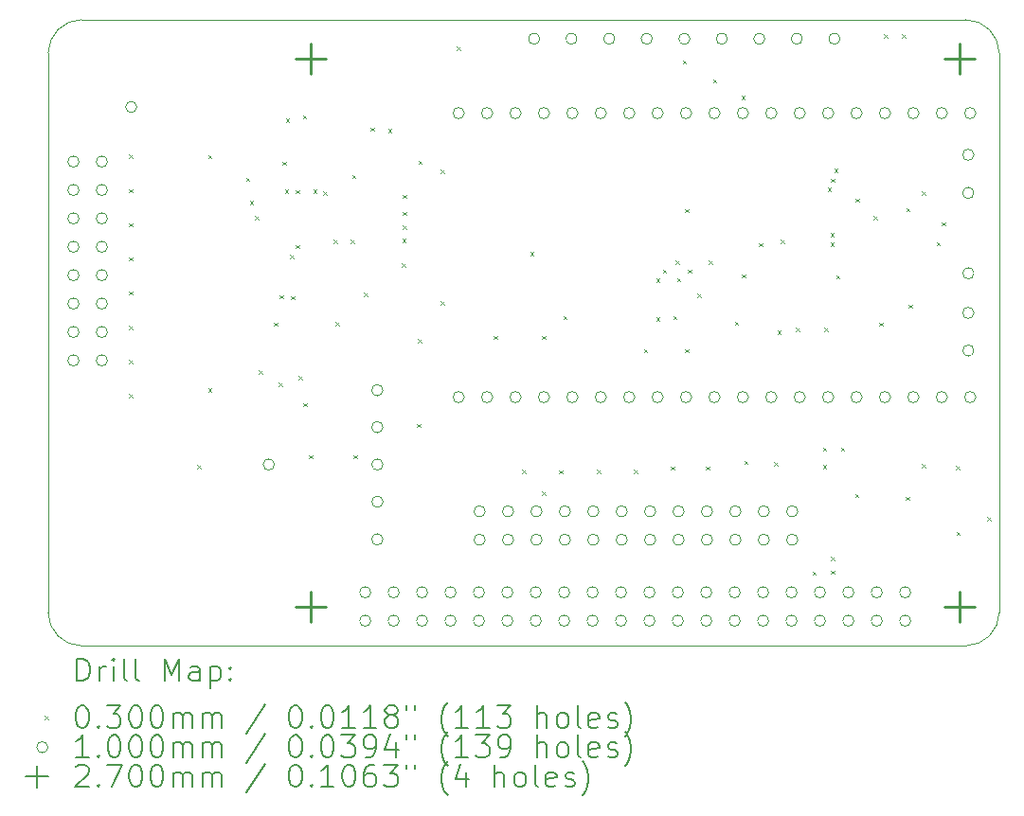
<source format=gbr>
%TF.GenerationSoftware,KiCad,Pcbnew,9.0.1-9.0.1-0~ubuntu24.04.1*%
%TF.CreationDate,2025-04-10T02:26:30-04:00*%
%TF.ProjectId,EEG SHIELD,45454720-5348-4494-954c-442e6b696361,B*%
%TF.SameCoordinates,Original*%
%TF.FileFunction,Drillmap*%
%TF.FilePolarity,Positive*%
%FSLAX45Y45*%
G04 Gerber Fmt 4.5, Leading zero omitted, Abs format (unit mm)*
G04 Created by KiCad (PCBNEW 9.0.1-9.0.1-0~ubuntu24.04.1) date 2025-04-10 02:26:30*
%MOMM*%
%LPD*%
G01*
G04 APERTURE LIST*
%ADD10C,0.050000*%
%ADD11C,0.200000*%
%ADD12C,0.100000*%
%ADD13C,0.270000*%
G04 APERTURE END LIST*
D10*
X19494000Y-7800000D02*
X11594000Y-7800000D01*
X11294000Y-8100000D02*
G75*
G02*
X11594000Y-7800000I300000J0D01*
G01*
X11594000Y-13400000D02*
G75*
G02*
X11294000Y-13100000I0J300000D01*
G01*
X19794000Y-13100000D02*
G75*
G02*
X19494000Y-13400000I-300000J0D01*
G01*
X19794000Y-13100000D02*
X19794000Y-8100000D01*
X11594000Y-13400000D02*
X19494000Y-13400000D01*
X11294000Y-8100000D02*
X11294000Y-13100000D01*
X19494000Y-7800000D02*
G75*
G02*
X19794000Y-8100000I0J-300000D01*
G01*
D11*
D12*
X12017000Y-9008000D02*
X12047000Y-9038000D01*
X12047000Y-9008000D02*
X12017000Y-9038000D01*
X12017000Y-9313000D02*
X12047000Y-9343000D01*
X12047000Y-9313000D02*
X12017000Y-9343000D01*
X12017000Y-9618000D02*
X12047000Y-9648000D01*
X12047000Y-9618000D02*
X12017000Y-9648000D01*
X12017000Y-9924000D02*
X12047000Y-9954000D01*
X12047000Y-9924000D02*
X12017000Y-9954000D01*
X12017000Y-10230000D02*
X12047000Y-10260000D01*
X12047000Y-10230000D02*
X12017000Y-10260000D01*
X12017000Y-10537000D02*
X12047000Y-10567000D01*
X12047000Y-10537000D02*
X12017000Y-10567000D01*
X12017000Y-10844000D02*
X12047000Y-10874000D01*
X12047000Y-10844000D02*
X12017000Y-10874000D01*
X12017000Y-11150000D02*
X12047000Y-11180000D01*
X12047000Y-11150000D02*
X12017000Y-11180000D01*
X12625000Y-11785000D02*
X12655000Y-11815000D01*
X12655000Y-11785000D02*
X12625000Y-11815000D01*
X12723000Y-9009000D02*
X12753000Y-9039000D01*
X12753000Y-9009000D02*
X12723000Y-9039000D01*
X12723000Y-11098000D02*
X12753000Y-11128000D01*
X12753000Y-11098000D02*
X12723000Y-11128000D01*
X13061000Y-9212000D02*
X13091000Y-9242000D01*
X13091000Y-9212000D02*
X13061000Y-9242000D01*
X13096000Y-9420000D02*
X13126000Y-9450000D01*
X13126000Y-9420000D02*
X13096000Y-9450000D01*
X13142000Y-9556000D02*
X13172000Y-9586000D01*
X13172000Y-9556000D02*
X13142000Y-9586000D01*
X13177000Y-10938000D02*
X13207000Y-10968000D01*
X13207000Y-10938000D02*
X13177000Y-10968000D01*
X13314000Y-10509000D02*
X13344000Y-10539000D01*
X13344000Y-10509000D02*
X13314000Y-10539000D01*
X13354000Y-11048000D02*
X13384000Y-11078000D01*
X13384000Y-11048000D02*
X13354000Y-11078000D01*
X13365000Y-10264000D02*
X13395000Y-10294000D01*
X13395000Y-10264000D02*
X13365000Y-10294000D01*
X13389000Y-9069000D02*
X13419000Y-9099000D01*
X13419000Y-9069000D02*
X13389000Y-9099000D01*
X13411000Y-9318000D02*
X13441000Y-9348000D01*
X13441000Y-9318000D02*
X13411000Y-9348000D01*
X13418000Y-8684000D02*
X13448000Y-8714000D01*
X13448000Y-8684000D02*
X13418000Y-8714000D01*
X13456000Y-9905000D02*
X13486000Y-9935000D01*
X13486000Y-9905000D02*
X13456000Y-9935000D01*
X13466000Y-10270000D02*
X13496000Y-10300000D01*
X13496000Y-10270000D02*
X13466000Y-10300000D01*
X13508000Y-9815000D02*
X13538000Y-9845000D01*
X13538000Y-9815000D02*
X13508000Y-9845000D01*
X13509000Y-9322000D02*
X13539000Y-9352000D01*
X13539000Y-9322000D02*
X13509000Y-9352000D01*
X13533000Y-10989000D02*
X13563000Y-11019000D01*
X13563000Y-10989000D02*
X13533000Y-11019000D01*
X13572000Y-8653000D02*
X13602000Y-8683000D01*
X13602000Y-8653000D02*
X13572000Y-8683000D01*
X13576000Y-11227000D02*
X13606000Y-11257000D01*
X13606000Y-11227000D02*
X13576000Y-11257000D01*
X13625000Y-11695000D02*
X13655000Y-11725000D01*
X13655000Y-11695000D02*
X13625000Y-11725000D01*
X13664000Y-9321000D02*
X13694000Y-9351000D01*
X13694000Y-9321000D02*
X13664000Y-9351000D01*
X13751020Y-9334460D02*
X13781020Y-9364460D01*
X13781020Y-9334460D02*
X13751020Y-9364460D01*
X13844000Y-9770000D02*
X13874000Y-9800000D01*
X13874000Y-9770000D02*
X13844000Y-9800000D01*
X13864900Y-10505071D02*
X13894900Y-10535071D01*
X13894900Y-10505071D02*
X13864900Y-10535071D01*
X13996000Y-9768000D02*
X14026000Y-9798000D01*
X14026000Y-9768000D02*
X13996000Y-9798000D01*
X14012000Y-9187000D02*
X14042000Y-9217000D01*
X14042000Y-9187000D02*
X14012000Y-9217000D01*
X14025000Y-11695000D02*
X14055000Y-11725000D01*
X14055000Y-11695000D02*
X14025000Y-11725000D01*
X14117000Y-10243000D02*
X14147000Y-10273000D01*
X14147000Y-10243000D02*
X14117000Y-10273000D01*
X14175000Y-8765000D02*
X14205000Y-8795000D01*
X14205000Y-8765000D02*
X14175000Y-8795000D01*
X14332000Y-8778000D02*
X14362000Y-8808000D01*
X14362000Y-8778000D02*
X14332000Y-8808000D01*
X14457000Y-9980000D02*
X14487000Y-10010000D01*
X14487000Y-9980000D02*
X14457000Y-10010000D01*
X14460000Y-9760000D02*
X14490000Y-9790000D01*
X14490000Y-9760000D02*
X14460000Y-9790000D01*
X14463000Y-9639000D02*
X14493000Y-9669000D01*
X14493000Y-9639000D02*
X14463000Y-9669000D01*
X14464000Y-9365000D02*
X14494000Y-9395000D01*
X14494000Y-9365000D02*
X14464000Y-9395000D01*
X14464000Y-9518000D02*
X14494000Y-9548000D01*
X14494000Y-9518000D02*
X14464000Y-9548000D01*
X14591000Y-11413000D02*
X14621000Y-11443000D01*
X14621000Y-11413000D02*
X14591000Y-11443000D01*
X14598500Y-10655500D02*
X14628500Y-10685500D01*
X14628500Y-10655500D02*
X14598500Y-10685500D01*
X14603000Y-9059000D02*
X14633000Y-9089000D01*
X14633000Y-9059000D02*
X14603000Y-9089000D01*
X14803000Y-9139000D02*
X14833000Y-9169000D01*
X14833000Y-9139000D02*
X14803000Y-9169000D01*
X14803000Y-10320000D02*
X14833000Y-10350000D01*
X14833000Y-10320000D02*
X14803000Y-10350000D01*
X14947000Y-8039000D02*
X14977000Y-8069000D01*
X14977000Y-8039000D02*
X14947000Y-8069000D01*
X15278875Y-10629000D02*
X15308875Y-10659000D01*
X15308875Y-10629000D02*
X15278875Y-10659000D01*
X15532000Y-11824000D02*
X15562000Y-11854000D01*
X15562000Y-11824000D02*
X15532000Y-11854000D01*
X15604000Y-9880000D02*
X15634000Y-9910000D01*
X15634000Y-9880000D02*
X15604000Y-9910000D01*
X15708000Y-12021000D02*
X15738000Y-12051000D01*
X15738000Y-12021000D02*
X15708000Y-12051000D01*
X15708875Y-10629000D02*
X15738875Y-10659000D01*
X15738875Y-10629000D02*
X15708875Y-10659000D01*
X15863000Y-11829000D02*
X15893000Y-11859000D01*
X15893000Y-11829000D02*
X15863000Y-11859000D01*
X15897000Y-10448000D02*
X15927000Y-10478000D01*
X15927000Y-10448000D02*
X15897000Y-10478000D01*
X16200000Y-11825000D02*
X16230000Y-11855000D01*
X16230000Y-11825000D02*
X16200000Y-11855000D01*
X16530000Y-11825000D02*
X16560000Y-11855000D01*
X16560000Y-11825000D02*
X16530000Y-11855000D01*
X16619000Y-10747000D02*
X16649000Y-10777000D01*
X16649000Y-10747000D02*
X16619000Y-10777000D01*
X16727000Y-10113000D02*
X16757000Y-10143000D01*
X16757000Y-10113000D02*
X16727000Y-10143000D01*
X16727000Y-10464000D02*
X16757000Y-10494000D01*
X16757000Y-10464000D02*
X16727000Y-10494000D01*
X16789000Y-10034000D02*
X16819000Y-10064000D01*
X16819000Y-10034000D02*
X16789000Y-10064000D01*
X16859000Y-11794000D02*
X16889000Y-11824000D01*
X16889000Y-11794000D02*
X16859000Y-11824000D01*
X16880000Y-10450000D02*
X16910000Y-10480000D01*
X16910000Y-10450000D02*
X16880000Y-10480000D01*
X16901000Y-9953000D02*
X16931000Y-9983000D01*
X16931000Y-9953000D02*
X16901000Y-9983000D01*
X16915427Y-10112427D02*
X16945427Y-10142427D01*
X16945427Y-10112427D02*
X16915427Y-10142427D01*
X16965000Y-8163000D02*
X16995000Y-8193000D01*
X16995000Y-8163000D02*
X16965000Y-8193000D01*
X16985000Y-9493000D02*
X17015000Y-9523000D01*
X17015000Y-9493000D02*
X16985000Y-9523000D01*
X16986000Y-10747000D02*
X17016000Y-10777000D01*
X17016000Y-10747000D02*
X16986000Y-10777000D01*
X17013074Y-10033927D02*
X17043074Y-10063927D01*
X17043074Y-10033927D02*
X17013074Y-10063927D01*
X17097000Y-10251000D02*
X17127000Y-10281000D01*
X17127000Y-10251000D02*
X17097000Y-10281000D01*
X17171000Y-11796000D02*
X17201000Y-11826000D01*
X17201000Y-11796000D02*
X17171000Y-11826000D01*
X17197000Y-9952927D02*
X17227000Y-9982927D01*
X17227000Y-9952927D02*
X17197000Y-9982927D01*
X17235000Y-8332000D02*
X17265000Y-8362000D01*
X17265000Y-8332000D02*
X17235000Y-8362000D01*
X17431000Y-10502000D02*
X17461000Y-10532000D01*
X17461000Y-10502000D02*
X17431000Y-10532000D01*
X17489000Y-8483000D02*
X17519000Y-8513000D01*
X17519000Y-8483000D02*
X17489000Y-8513000D01*
X17495000Y-10076000D02*
X17525000Y-10106000D01*
X17525000Y-10076000D02*
X17495000Y-10106000D01*
X17516000Y-11744000D02*
X17546000Y-11774000D01*
X17546000Y-11744000D02*
X17516000Y-11774000D01*
X17647000Y-9797000D02*
X17677000Y-9827000D01*
X17677000Y-9797000D02*
X17647000Y-9827000D01*
X17782000Y-11758000D02*
X17812000Y-11788000D01*
X17812000Y-11758000D02*
X17782000Y-11788000D01*
X17814000Y-10582000D02*
X17844000Y-10612000D01*
X17844000Y-10582000D02*
X17814000Y-10612000D01*
X17841000Y-9767000D02*
X17871000Y-9797000D01*
X17871000Y-9767000D02*
X17841000Y-9797000D01*
X17978000Y-10553000D02*
X18008000Y-10583000D01*
X18008000Y-10553000D02*
X17978000Y-10583000D01*
X18124000Y-12737000D02*
X18154000Y-12767000D01*
X18154000Y-12737000D02*
X18124000Y-12767000D01*
X18217000Y-11784000D02*
X18247000Y-11814000D01*
X18247000Y-11784000D02*
X18217000Y-11814000D01*
X18218000Y-11628000D02*
X18248000Y-11658000D01*
X18248000Y-11628000D02*
X18218000Y-11658000D01*
X18232000Y-10553000D02*
X18262000Y-10583000D01*
X18262000Y-10553000D02*
X18232000Y-10583000D01*
X18262000Y-9302000D02*
X18292000Y-9332000D01*
X18292000Y-9302000D02*
X18262000Y-9332000D01*
X18288000Y-9710000D02*
X18318000Y-9740000D01*
X18318000Y-9710000D02*
X18288000Y-9740000D01*
X18288000Y-9793000D02*
X18318000Y-9823000D01*
X18318000Y-9793000D02*
X18288000Y-9823000D01*
X18289000Y-9223000D02*
X18319000Y-9253000D01*
X18319000Y-9223000D02*
X18289000Y-9253000D01*
X18293000Y-12602000D02*
X18323000Y-12632000D01*
X18323000Y-12602000D02*
X18293000Y-12632000D01*
X18293000Y-12727000D02*
X18323000Y-12757000D01*
X18323000Y-12727000D02*
X18293000Y-12757000D01*
X18320000Y-9134000D02*
X18350000Y-9164000D01*
X18350000Y-9134000D02*
X18320000Y-9164000D01*
X18338000Y-10084000D02*
X18368000Y-10114000D01*
X18368000Y-10084000D02*
X18338000Y-10114000D01*
X18381000Y-11626000D02*
X18411000Y-11656000D01*
X18411000Y-11626000D02*
X18381000Y-11656000D01*
X18508000Y-12040000D02*
X18538000Y-12070000D01*
X18538000Y-12040000D02*
X18508000Y-12070000D01*
X18513000Y-9398000D02*
X18543000Y-9428000D01*
X18543000Y-9398000D02*
X18513000Y-9428000D01*
X18670000Y-9555000D02*
X18700000Y-9585000D01*
X18700000Y-9555000D02*
X18670000Y-9585000D01*
X18721000Y-10508000D02*
X18751000Y-10538000D01*
X18751000Y-10508000D02*
X18721000Y-10538000D01*
X18766000Y-7931000D02*
X18796000Y-7961000D01*
X18796000Y-7931000D02*
X18766000Y-7961000D01*
X18924000Y-7930000D02*
X18954000Y-7960000D01*
X18954000Y-7930000D02*
X18924000Y-7960000D01*
X18961000Y-12066000D02*
X18991000Y-12096000D01*
X18991000Y-12066000D02*
X18961000Y-12096000D01*
X18962000Y-9484000D02*
X18992000Y-9514000D01*
X18992000Y-9484000D02*
X18962000Y-9514000D01*
X18987000Y-10348000D02*
X19017000Y-10378000D01*
X19017000Y-10348000D02*
X18987000Y-10378000D01*
X19102000Y-9334000D02*
X19132000Y-9364000D01*
X19132000Y-9334000D02*
X19102000Y-9364000D01*
X19102000Y-11775250D02*
X19132000Y-11805250D01*
X19132000Y-11775250D02*
X19102000Y-11805250D01*
X19235000Y-9789000D02*
X19265000Y-9819000D01*
X19265000Y-9789000D02*
X19235000Y-9819000D01*
X19282000Y-9611000D02*
X19312000Y-9641000D01*
X19312000Y-9611000D02*
X19282000Y-9641000D01*
X19408000Y-11793000D02*
X19438000Y-11823000D01*
X19438000Y-11793000D02*
X19408000Y-11823000D01*
X19413000Y-12381000D02*
X19443000Y-12411000D01*
X19443000Y-12381000D02*
X19413000Y-12411000D01*
X19686000Y-12248000D02*
X19716000Y-12278000D01*
X19716000Y-12248000D02*
X19686000Y-12278000D01*
X11569900Y-9069000D02*
G75*
G02*
X11469900Y-9069000I-50000J0D01*
G01*
X11469900Y-9069000D02*
G75*
G02*
X11569900Y-9069000I50000J0D01*
G01*
X11569900Y-9323000D02*
G75*
G02*
X11469900Y-9323000I-50000J0D01*
G01*
X11469900Y-9323000D02*
G75*
G02*
X11569900Y-9323000I50000J0D01*
G01*
X11569900Y-9577000D02*
G75*
G02*
X11469900Y-9577000I-50000J0D01*
G01*
X11469900Y-9577000D02*
G75*
G02*
X11569900Y-9577000I50000J0D01*
G01*
X11569900Y-9831000D02*
G75*
G02*
X11469900Y-9831000I-50000J0D01*
G01*
X11469900Y-9831000D02*
G75*
G02*
X11569900Y-9831000I50000J0D01*
G01*
X11569900Y-10085000D02*
G75*
G02*
X11469900Y-10085000I-50000J0D01*
G01*
X11469900Y-10085000D02*
G75*
G02*
X11569900Y-10085000I50000J0D01*
G01*
X11569900Y-10339000D02*
G75*
G02*
X11469900Y-10339000I-50000J0D01*
G01*
X11469900Y-10339000D02*
G75*
G02*
X11569900Y-10339000I50000J0D01*
G01*
X11569900Y-10593000D02*
G75*
G02*
X11469900Y-10593000I-50000J0D01*
G01*
X11469900Y-10593000D02*
G75*
G02*
X11569900Y-10593000I50000J0D01*
G01*
X11569900Y-10847000D02*
G75*
G02*
X11469900Y-10847000I-50000J0D01*
G01*
X11469900Y-10847000D02*
G75*
G02*
X11569900Y-10847000I50000J0D01*
G01*
X11823900Y-9069000D02*
G75*
G02*
X11723900Y-9069000I-50000J0D01*
G01*
X11723900Y-9069000D02*
G75*
G02*
X11823900Y-9069000I50000J0D01*
G01*
X11823900Y-9323000D02*
G75*
G02*
X11723900Y-9323000I-50000J0D01*
G01*
X11723900Y-9323000D02*
G75*
G02*
X11823900Y-9323000I50000J0D01*
G01*
X11823900Y-9577000D02*
G75*
G02*
X11723900Y-9577000I-50000J0D01*
G01*
X11723900Y-9577000D02*
G75*
G02*
X11823900Y-9577000I50000J0D01*
G01*
X11823900Y-9831000D02*
G75*
G02*
X11723900Y-9831000I-50000J0D01*
G01*
X11723900Y-9831000D02*
G75*
G02*
X11823900Y-9831000I50000J0D01*
G01*
X11823900Y-10085000D02*
G75*
G02*
X11723900Y-10085000I-50000J0D01*
G01*
X11723900Y-10085000D02*
G75*
G02*
X11823900Y-10085000I50000J0D01*
G01*
X11823900Y-10339000D02*
G75*
G02*
X11723900Y-10339000I-50000J0D01*
G01*
X11723900Y-10339000D02*
G75*
G02*
X11823900Y-10339000I50000J0D01*
G01*
X11823900Y-10593000D02*
G75*
G02*
X11723900Y-10593000I-50000J0D01*
G01*
X11723900Y-10593000D02*
G75*
G02*
X11823900Y-10593000I50000J0D01*
G01*
X11823900Y-10847000D02*
G75*
G02*
X11723900Y-10847000I-50000J0D01*
G01*
X11723900Y-10847000D02*
G75*
G02*
X11823900Y-10847000I50000J0D01*
G01*
X12086368Y-8580000D02*
G75*
G02*
X11986368Y-8580000I-50000J0D01*
G01*
X11986368Y-8580000D02*
G75*
G02*
X12086368Y-8580000I50000J0D01*
G01*
X13316000Y-11778000D02*
G75*
G02*
X13216000Y-11778000I-50000J0D01*
G01*
X13216000Y-11778000D02*
G75*
G02*
X13316000Y-11778000I50000J0D01*
G01*
X14178000Y-12921000D02*
G75*
G02*
X14078000Y-12921000I-50000J0D01*
G01*
X14078000Y-12921000D02*
G75*
G02*
X14178000Y-12921000I50000J0D01*
G01*
X14178000Y-13175000D02*
G75*
G02*
X14078000Y-13175000I-50000J0D01*
G01*
X14078000Y-13175000D02*
G75*
G02*
X14178000Y-13175000I50000J0D01*
G01*
X14286000Y-11114000D02*
G75*
G02*
X14186000Y-11114000I-50000J0D01*
G01*
X14186000Y-11114000D02*
G75*
G02*
X14286000Y-11114000I50000J0D01*
G01*
X14286000Y-11444000D02*
G75*
G02*
X14186000Y-11444000I-50000J0D01*
G01*
X14186000Y-11444000D02*
G75*
G02*
X14286000Y-11444000I50000J0D01*
G01*
X14286000Y-11778000D02*
G75*
G02*
X14186000Y-11778000I-50000J0D01*
G01*
X14186000Y-11778000D02*
G75*
G02*
X14286000Y-11778000I50000J0D01*
G01*
X14286000Y-12111000D02*
G75*
G02*
X14186000Y-12111000I-50000J0D01*
G01*
X14186000Y-12111000D02*
G75*
G02*
X14286000Y-12111000I50000J0D01*
G01*
X14286000Y-12448000D02*
G75*
G02*
X14186000Y-12448000I-50000J0D01*
G01*
X14186000Y-12448000D02*
G75*
G02*
X14286000Y-12448000I50000J0D01*
G01*
X14432000Y-12921000D02*
G75*
G02*
X14332000Y-12921000I-50000J0D01*
G01*
X14332000Y-12921000D02*
G75*
G02*
X14432000Y-12921000I50000J0D01*
G01*
X14432000Y-13175000D02*
G75*
G02*
X14332000Y-13175000I-50000J0D01*
G01*
X14332000Y-13175000D02*
G75*
G02*
X14432000Y-13175000I50000J0D01*
G01*
X14686000Y-12921000D02*
G75*
G02*
X14586000Y-12921000I-50000J0D01*
G01*
X14586000Y-12921000D02*
G75*
G02*
X14686000Y-12921000I50000J0D01*
G01*
X14686000Y-13175000D02*
G75*
G02*
X14586000Y-13175000I-50000J0D01*
G01*
X14586000Y-13175000D02*
G75*
G02*
X14686000Y-13175000I50000J0D01*
G01*
X14940000Y-12921000D02*
G75*
G02*
X14840000Y-12921000I-50000J0D01*
G01*
X14840000Y-12921000D02*
G75*
G02*
X14940000Y-12921000I50000J0D01*
G01*
X14940000Y-13175000D02*
G75*
G02*
X14840000Y-13175000I-50000J0D01*
G01*
X14840000Y-13175000D02*
G75*
G02*
X14940000Y-13175000I50000J0D01*
G01*
X15013000Y-8635000D02*
G75*
G02*
X14913000Y-8635000I-50000J0D01*
G01*
X14913000Y-8635000D02*
G75*
G02*
X15013000Y-8635000I50000J0D01*
G01*
X15013000Y-11175000D02*
G75*
G02*
X14913000Y-11175000I-50000J0D01*
G01*
X14913000Y-11175000D02*
G75*
G02*
X15013000Y-11175000I50000J0D01*
G01*
X15194000Y-12921000D02*
G75*
G02*
X15094000Y-12921000I-50000J0D01*
G01*
X15094000Y-12921000D02*
G75*
G02*
X15194000Y-12921000I50000J0D01*
G01*
X15194000Y-13175000D02*
G75*
G02*
X15094000Y-13175000I-50000J0D01*
G01*
X15094000Y-13175000D02*
G75*
G02*
X15194000Y-13175000I50000J0D01*
G01*
X15200000Y-12197000D02*
G75*
G02*
X15100000Y-12197000I-50000J0D01*
G01*
X15100000Y-12197000D02*
G75*
G02*
X15200000Y-12197000I50000J0D01*
G01*
X15200000Y-12451000D02*
G75*
G02*
X15100000Y-12451000I-50000J0D01*
G01*
X15100000Y-12451000D02*
G75*
G02*
X15200000Y-12451000I50000J0D01*
G01*
X15267000Y-8635000D02*
G75*
G02*
X15167000Y-8635000I-50000J0D01*
G01*
X15167000Y-8635000D02*
G75*
G02*
X15267000Y-8635000I50000J0D01*
G01*
X15267000Y-11175000D02*
G75*
G02*
X15167000Y-11175000I-50000J0D01*
G01*
X15167000Y-11175000D02*
G75*
G02*
X15267000Y-11175000I50000J0D01*
G01*
X15448000Y-12921000D02*
G75*
G02*
X15348000Y-12921000I-50000J0D01*
G01*
X15348000Y-12921000D02*
G75*
G02*
X15448000Y-12921000I50000J0D01*
G01*
X15448000Y-13175000D02*
G75*
G02*
X15348000Y-13175000I-50000J0D01*
G01*
X15348000Y-13175000D02*
G75*
G02*
X15448000Y-13175000I50000J0D01*
G01*
X15454000Y-12197000D02*
G75*
G02*
X15354000Y-12197000I-50000J0D01*
G01*
X15354000Y-12197000D02*
G75*
G02*
X15454000Y-12197000I50000J0D01*
G01*
X15454000Y-12451000D02*
G75*
G02*
X15354000Y-12451000I-50000J0D01*
G01*
X15354000Y-12451000D02*
G75*
G02*
X15454000Y-12451000I50000J0D01*
G01*
X15521000Y-8635000D02*
G75*
G02*
X15421000Y-8635000I-50000J0D01*
G01*
X15421000Y-8635000D02*
G75*
G02*
X15521000Y-8635000I50000J0D01*
G01*
X15521000Y-11175000D02*
G75*
G02*
X15421000Y-11175000I-50000J0D01*
G01*
X15421000Y-11175000D02*
G75*
G02*
X15521000Y-11175000I50000J0D01*
G01*
X15687000Y-7970000D02*
G75*
G02*
X15587000Y-7970000I-50000J0D01*
G01*
X15587000Y-7970000D02*
G75*
G02*
X15687000Y-7970000I50000J0D01*
G01*
X15702000Y-12921000D02*
G75*
G02*
X15602000Y-12921000I-50000J0D01*
G01*
X15602000Y-12921000D02*
G75*
G02*
X15702000Y-12921000I50000J0D01*
G01*
X15702000Y-13175000D02*
G75*
G02*
X15602000Y-13175000I-50000J0D01*
G01*
X15602000Y-13175000D02*
G75*
G02*
X15702000Y-13175000I50000J0D01*
G01*
X15708000Y-12197000D02*
G75*
G02*
X15608000Y-12197000I-50000J0D01*
G01*
X15608000Y-12197000D02*
G75*
G02*
X15708000Y-12197000I50000J0D01*
G01*
X15708000Y-12451000D02*
G75*
G02*
X15608000Y-12451000I-50000J0D01*
G01*
X15608000Y-12451000D02*
G75*
G02*
X15708000Y-12451000I50000J0D01*
G01*
X15775000Y-8635000D02*
G75*
G02*
X15675000Y-8635000I-50000J0D01*
G01*
X15675000Y-8635000D02*
G75*
G02*
X15775000Y-8635000I50000J0D01*
G01*
X15775000Y-11175000D02*
G75*
G02*
X15675000Y-11175000I-50000J0D01*
G01*
X15675000Y-11175000D02*
G75*
G02*
X15775000Y-11175000I50000J0D01*
G01*
X15956000Y-12921000D02*
G75*
G02*
X15856000Y-12921000I-50000J0D01*
G01*
X15856000Y-12921000D02*
G75*
G02*
X15956000Y-12921000I50000J0D01*
G01*
X15956000Y-13175000D02*
G75*
G02*
X15856000Y-13175000I-50000J0D01*
G01*
X15856000Y-13175000D02*
G75*
G02*
X15956000Y-13175000I50000J0D01*
G01*
X15962000Y-12197000D02*
G75*
G02*
X15862000Y-12197000I-50000J0D01*
G01*
X15862000Y-12197000D02*
G75*
G02*
X15962000Y-12197000I50000J0D01*
G01*
X15962000Y-12451000D02*
G75*
G02*
X15862000Y-12451000I-50000J0D01*
G01*
X15862000Y-12451000D02*
G75*
G02*
X15962000Y-12451000I50000J0D01*
G01*
X16021000Y-7970000D02*
G75*
G02*
X15921000Y-7970000I-50000J0D01*
G01*
X15921000Y-7970000D02*
G75*
G02*
X16021000Y-7970000I50000J0D01*
G01*
X16029000Y-8635000D02*
G75*
G02*
X15929000Y-8635000I-50000J0D01*
G01*
X15929000Y-8635000D02*
G75*
G02*
X16029000Y-8635000I50000J0D01*
G01*
X16029000Y-11175000D02*
G75*
G02*
X15929000Y-11175000I-50000J0D01*
G01*
X15929000Y-11175000D02*
G75*
G02*
X16029000Y-11175000I50000J0D01*
G01*
X16210000Y-12921000D02*
G75*
G02*
X16110000Y-12921000I-50000J0D01*
G01*
X16110000Y-12921000D02*
G75*
G02*
X16210000Y-12921000I50000J0D01*
G01*
X16210000Y-13175000D02*
G75*
G02*
X16110000Y-13175000I-50000J0D01*
G01*
X16110000Y-13175000D02*
G75*
G02*
X16210000Y-13175000I50000J0D01*
G01*
X16216000Y-12197000D02*
G75*
G02*
X16116000Y-12197000I-50000J0D01*
G01*
X16116000Y-12197000D02*
G75*
G02*
X16216000Y-12197000I50000J0D01*
G01*
X16216000Y-12451000D02*
G75*
G02*
X16116000Y-12451000I-50000J0D01*
G01*
X16116000Y-12451000D02*
G75*
G02*
X16216000Y-12451000I50000J0D01*
G01*
X16283000Y-8635000D02*
G75*
G02*
X16183000Y-8635000I-50000J0D01*
G01*
X16183000Y-8635000D02*
G75*
G02*
X16283000Y-8635000I50000J0D01*
G01*
X16283000Y-11175000D02*
G75*
G02*
X16183000Y-11175000I-50000J0D01*
G01*
X16183000Y-11175000D02*
G75*
G02*
X16283000Y-11175000I50000J0D01*
G01*
X16359000Y-7970000D02*
G75*
G02*
X16259000Y-7970000I-50000J0D01*
G01*
X16259000Y-7970000D02*
G75*
G02*
X16359000Y-7970000I50000J0D01*
G01*
X16464000Y-12921000D02*
G75*
G02*
X16364000Y-12921000I-50000J0D01*
G01*
X16364000Y-12921000D02*
G75*
G02*
X16464000Y-12921000I50000J0D01*
G01*
X16464000Y-13175000D02*
G75*
G02*
X16364000Y-13175000I-50000J0D01*
G01*
X16364000Y-13175000D02*
G75*
G02*
X16464000Y-13175000I50000J0D01*
G01*
X16470000Y-12197000D02*
G75*
G02*
X16370000Y-12197000I-50000J0D01*
G01*
X16370000Y-12197000D02*
G75*
G02*
X16470000Y-12197000I50000J0D01*
G01*
X16470000Y-12451000D02*
G75*
G02*
X16370000Y-12451000I-50000J0D01*
G01*
X16370000Y-12451000D02*
G75*
G02*
X16470000Y-12451000I50000J0D01*
G01*
X16537000Y-8635000D02*
G75*
G02*
X16437000Y-8635000I-50000J0D01*
G01*
X16437000Y-8635000D02*
G75*
G02*
X16537000Y-8635000I50000J0D01*
G01*
X16537000Y-11175000D02*
G75*
G02*
X16437000Y-11175000I-50000J0D01*
G01*
X16437000Y-11175000D02*
G75*
G02*
X16537000Y-11175000I50000J0D01*
G01*
X16694000Y-7970000D02*
G75*
G02*
X16594000Y-7970000I-50000J0D01*
G01*
X16594000Y-7970000D02*
G75*
G02*
X16694000Y-7970000I50000J0D01*
G01*
X16718000Y-12921000D02*
G75*
G02*
X16618000Y-12921000I-50000J0D01*
G01*
X16618000Y-12921000D02*
G75*
G02*
X16718000Y-12921000I50000J0D01*
G01*
X16718000Y-13175000D02*
G75*
G02*
X16618000Y-13175000I-50000J0D01*
G01*
X16618000Y-13175000D02*
G75*
G02*
X16718000Y-13175000I50000J0D01*
G01*
X16724000Y-12197000D02*
G75*
G02*
X16624000Y-12197000I-50000J0D01*
G01*
X16624000Y-12197000D02*
G75*
G02*
X16724000Y-12197000I50000J0D01*
G01*
X16724000Y-12451000D02*
G75*
G02*
X16624000Y-12451000I-50000J0D01*
G01*
X16624000Y-12451000D02*
G75*
G02*
X16724000Y-12451000I50000J0D01*
G01*
X16791000Y-8635000D02*
G75*
G02*
X16691000Y-8635000I-50000J0D01*
G01*
X16691000Y-8635000D02*
G75*
G02*
X16791000Y-8635000I50000J0D01*
G01*
X16791000Y-11175000D02*
G75*
G02*
X16691000Y-11175000I-50000J0D01*
G01*
X16691000Y-11175000D02*
G75*
G02*
X16791000Y-11175000I50000J0D01*
G01*
X16972000Y-12921000D02*
G75*
G02*
X16872000Y-12921000I-50000J0D01*
G01*
X16872000Y-12921000D02*
G75*
G02*
X16972000Y-12921000I50000J0D01*
G01*
X16972000Y-13175000D02*
G75*
G02*
X16872000Y-13175000I-50000J0D01*
G01*
X16872000Y-13175000D02*
G75*
G02*
X16972000Y-13175000I50000J0D01*
G01*
X16978000Y-12197000D02*
G75*
G02*
X16878000Y-12197000I-50000J0D01*
G01*
X16878000Y-12197000D02*
G75*
G02*
X16978000Y-12197000I50000J0D01*
G01*
X16978000Y-12451000D02*
G75*
G02*
X16878000Y-12451000I-50000J0D01*
G01*
X16878000Y-12451000D02*
G75*
G02*
X16978000Y-12451000I50000J0D01*
G01*
X17030000Y-7970000D02*
G75*
G02*
X16930000Y-7970000I-50000J0D01*
G01*
X16930000Y-7970000D02*
G75*
G02*
X17030000Y-7970000I50000J0D01*
G01*
X17045000Y-8635000D02*
G75*
G02*
X16945000Y-8635000I-50000J0D01*
G01*
X16945000Y-8635000D02*
G75*
G02*
X17045000Y-8635000I50000J0D01*
G01*
X17045000Y-11175000D02*
G75*
G02*
X16945000Y-11175000I-50000J0D01*
G01*
X16945000Y-11175000D02*
G75*
G02*
X17045000Y-11175000I50000J0D01*
G01*
X17226000Y-12921000D02*
G75*
G02*
X17126000Y-12921000I-50000J0D01*
G01*
X17126000Y-12921000D02*
G75*
G02*
X17226000Y-12921000I50000J0D01*
G01*
X17226000Y-13175000D02*
G75*
G02*
X17126000Y-13175000I-50000J0D01*
G01*
X17126000Y-13175000D02*
G75*
G02*
X17226000Y-13175000I50000J0D01*
G01*
X17232000Y-12197000D02*
G75*
G02*
X17132000Y-12197000I-50000J0D01*
G01*
X17132000Y-12197000D02*
G75*
G02*
X17232000Y-12197000I50000J0D01*
G01*
X17232000Y-12451000D02*
G75*
G02*
X17132000Y-12451000I-50000J0D01*
G01*
X17132000Y-12451000D02*
G75*
G02*
X17232000Y-12451000I50000J0D01*
G01*
X17299000Y-8635000D02*
G75*
G02*
X17199000Y-8635000I-50000J0D01*
G01*
X17199000Y-8635000D02*
G75*
G02*
X17299000Y-8635000I50000J0D01*
G01*
X17299000Y-11175000D02*
G75*
G02*
X17199000Y-11175000I-50000J0D01*
G01*
X17199000Y-11175000D02*
G75*
G02*
X17299000Y-11175000I50000J0D01*
G01*
X17365000Y-7970000D02*
G75*
G02*
X17265000Y-7970000I-50000J0D01*
G01*
X17265000Y-7970000D02*
G75*
G02*
X17365000Y-7970000I50000J0D01*
G01*
X17480000Y-12921000D02*
G75*
G02*
X17380000Y-12921000I-50000J0D01*
G01*
X17380000Y-12921000D02*
G75*
G02*
X17480000Y-12921000I50000J0D01*
G01*
X17480000Y-13175000D02*
G75*
G02*
X17380000Y-13175000I-50000J0D01*
G01*
X17380000Y-13175000D02*
G75*
G02*
X17480000Y-13175000I50000J0D01*
G01*
X17486000Y-12197000D02*
G75*
G02*
X17386000Y-12197000I-50000J0D01*
G01*
X17386000Y-12197000D02*
G75*
G02*
X17486000Y-12197000I50000J0D01*
G01*
X17486000Y-12451000D02*
G75*
G02*
X17386000Y-12451000I-50000J0D01*
G01*
X17386000Y-12451000D02*
G75*
G02*
X17486000Y-12451000I50000J0D01*
G01*
X17553000Y-8635000D02*
G75*
G02*
X17453000Y-8635000I-50000J0D01*
G01*
X17453000Y-8635000D02*
G75*
G02*
X17553000Y-8635000I50000J0D01*
G01*
X17553000Y-11175000D02*
G75*
G02*
X17453000Y-11175000I-50000J0D01*
G01*
X17453000Y-11175000D02*
G75*
G02*
X17553000Y-11175000I50000J0D01*
G01*
X17700000Y-7970000D02*
G75*
G02*
X17600000Y-7970000I-50000J0D01*
G01*
X17600000Y-7970000D02*
G75*
G02*
X17700000Y-7970000I50000J0D01*
G01*
X17734000Y-12921000D02*
G75*
G02*
X17634000Y-12921000I-50000J0D01*
G01*
X17634000Y-12921000D02*
G75*
G02*
X17734000Y-12921000I50000J0D01*
G01*
X17734000Y-13175000D02*
G75*
G02*
X17634000Y-13175000I-50000J0D01*
G01*
X17634000Y-13175000D02*
G75*
G02*
X17734000Y-13175000I50000J0D01*
G01*
X17740000Y-12197000D02*
G75*
G02*
X17640000Y-12197000I-50000J0D01*
G01*
X17640000Y-12197000D02*
G75*
G02*
X17740000Y-12197000I50000J0D01*
G01*
X17740000Y-12451000D02*
G75*
G02*
X17640000Y-12451000I-50000J0D01*
G01*
X17640000Y-12451000D02*
G75*
G02*
X17740000Y-12451000I50000J0D01*
G01*
X17807000Y-8635000D02*
G75*
G02*
X17707000Y-8635000I-50000J0D01*
G01*
X17707000Y-8635000D02*
G75*
G02*
X17807000Y-8635000I50000J0D01*
G01*
X17807000Y-11175000D02*
G75*
G02*
X17707000Y-11175000I-50000J0D01*
G01*
X17707000Y-11175000D02*
G75*
G02*
X17807000Y-11175000I50000J0D01*
G01*
X17988000Y-12921000D02*
G75*
G02*
X17888000Y-12921000I-50000J0D01*
G01*
X17888000Y-12921000D02*
G75*
G02*
X17988000Y-12921000I50000J0D01*
G01*
X17988000Y-13175000D02*
G75*
G02*
X17888000Y-13175000I-50000J0D01*
G01*
X17888000Y-13175000D02*
G75*
G02*
X17988000Y-13175000I50000J0D01*
G01*
X17994000Y-12197000D02*
G75*
G02*
X17894000Y-12197000I-50000J0D01*
G01*
X17894000Y-12197000D02*
G75*
G02*
X17994000Y-12197000I50000J0D01*
G01*
X17994000Y-12451000D02*
G75*
G02*
X17894000Y-12451000I-50000J0D01*
G01*
X17894000Y-12451000D02*
G75*
G02*
X17994000Y-12451000I50000J0D01*
G01*
X18035000Y-7970000D02*
G75*
G02*
X17935000Y-7970000I-50000J0D01*
G01*
X17935000Y-7970000D02*
G75*
G02*
X18035000Y-7970000I50000J0D01*
G01*
X18061000Y-8635000D02*
G75*
G02*
X17961000Y-8635000I-50000J0D01*
G01*
X17961000Y-8635000D02*
G75*
G02*
X18061000Y-8635000I50000J0D01*
G01*
X18061000Y-11175000D02*
G75*
G02*
X17961000Y-11175000I-50000J0D01*
G01*
X17961000Y-11175000D02*
G75*
G02*
X18061000Y-11175000I50000J0D01*
G01*
X18242000Y-12921000D02*
G75*
G02*
X18142000Y-12921000I-50000J0D01*
G01*
X18142000Y-12921000D02*
G75*
G02*
X18242000Y-12921000I50000J0D01*
G01*
X18242000Y-13175000D02*
G75*
G02*
X18142000Y-13175000I-50000J0D01*
G01*
X18142000Y-13175000D02*
G75*
G02*
X18242000Y-13175000I50000J0D01*
G01*
X18315000Y-8635000D02*
G75*
G02*
X18215000Y-8635000I-50000J0D01*
G01*
X18215000Y-8635000D02*
G75*
G02*
X18315000Y-8635000I50000J0D01*
G01*
X18315000Y-11175000D02*
G75*
G02*
X18215000Y-11175000I-50000J0D01*
G01*
X18215000Y-11175000D02*
G75*
G02*
X18315000Y-11175000I50000J0D01*
G01*
X18371000Y-7970000D02*
G75*
G02*
X18271000Y-7970000I-50000J0D01*
G01*
X18271000Y-7970000D02*
G75*
G02*
X18371000Y-7970000I50000J0D01*
G01*
X18496000Y-12921000D02*
G75*
G02*
X18396000Y-12921000I-50000J0D01*
G01*
X18396000Y-12921000D02*
G75*
G02*
X18496000Y-12921000I50000J0D01*
G01*
X18496000Y-13175000D02*
G75*
G02*
X18396000Y-13175000I-50000J0D01*
G01*
X18396000Y-13175000D02*
G75*
G02*
X18496000Y-13175000I50000J0D01*
G01*
X18569000Y-8635000D02*
G75*
G02*
X18469000Y-8635000I-50000J0D01*
G01*
X18469000Y-8635000D02*
G75*
G02*
X18569000Y-8635000I50000J0D01*
G01*
X18569000Y-11175000D02*
G75*
G02*
X18469000Y-11175000I-50000J0D01*
G01*
X18469000Y-11175000D02*
G75*
G02*
X18569000Y-11175000I50000J0D01*
G01*
X18750000Y-12921000D02*
G75*
G02*
X18650000Y-12921000I-50000J0D01*
G01*
X18650000Y-12921000D02*
G75*
G02*
X18750000Y-12921000I50000J0D01*
G01*
X18750000Y-13175000D02*
G75*
G02*
X18650000Y-13175000I-50000J0D01*
G01*
X18650000Y-13175000D02*
G75*
G02*
X18750000Y-13175000I50000J0D01*
G01*
X18823000Y-8635000D02*
G75*
G02*
X18723000Y-8635000I-50000J0D01*
G01*
X18723000Y-8635000D02*
G75*
G02*
X18823000Y-8635000I50000J0D01*
G01*
X18823000Y-11175000D02*
G75*
G02*
X18723000Y-11175000I-50000J0D01*
G01*
X18723000Y-11175000D02*
G75*
G02*
X18823000Y-11175000I50000J0D01*
G01*
X19004000Y-12921000D02*
G75*
G02*
X18904000Y-12921000I-50000J0D01*
G01*
X18904000Y-12921000D02*
G75*
G02*
X19004000Y-12921000I50000J0D01*
G01*
X19004000Y-13175000D02*
G75*
G02*
X18904000Y-13175000I-50000J0D01*
G01*
X18904000Y-13175000D02*
G75*
G02*
X19004000Y-13175000I50000J0D01*
G01*
X19077000Y-8635000D02*
G75*
G02*
X18977000Y-8635000I-50000J0D01*
G01*
X18977000Y-8635000D02*
G75*
G02*
X19077000Y-8635000I50000J0D01*
G01*
X19077000Y-11175000D02*
G75*
G02*
X18977000Y-11175000I-50000J0D01*
G01*
X18977000Y-11175000D02*
G75*
G02*
X19077000Y-11175000I50000J0D01*
G01*
X19331000Y-8635000D02*
G75*
G02*
X19231000Y-8635000I-50000J0D01*
G01*
X19231000Y-8635000D02*
G75*
G02*
X19331000Y-8635000I50000J0D01*
G01*
X19331000Y-11175000D02*
G75*
G02*
X19231000Y-11175000I-50000J0D01*
G01*
X19231000Y-11175000D02*
G75*
G02*
X19331000Y-11175000I50000J0D01*
G01*
X19568000Y-9008000D02*
G75*
G02*
X19468000Y-9008000I-50000J0D01*
G01*
X19468000Y-9008000D02*
G75*
G02*
X19568000Y-9008000I50000J0D01*
G01*
X19568000Y-9349000D02*
G75*
G02*
X19468000Y-9349000I-50000J0D01*
G01*
X19468000Y-9349000D02*
G75*
G02*
X19568000Y-9349000I50000J0D01*
G01*
X19568000Y-10068000D02*
G75*
G02*
X19468000Y-10068000I-50000J0D01*
G01*
X19468000Y-10068000D02*
G75*
G02*
X19568000Y-10068000I50000J0D01*
G01*
X19568000Y-10422000D02*
G75*
G02*
X19468000Y-10422000I-50000J0D01*
G01*
X19468000Y-10422000D02*
G75*
G02*
X19568000Y-10422000I50000J0D01*
G01*
X19568000Y-10759000D02*
G75*
G02*
X19468000Y-10759000I-50000J0D01*
G01*
X19468000Y-10759000D02*
G75*
G02*
X19568000Y-10759000I50000J0D01*
G01*
X19585000Y-8635000D02*
G75*
G02*
X19485000Y-8635000I-50000J0D01*
G01*
X19485000Y-8635000D02*
G75*
G02*
X19585000Y-8635000I50000J0D01*
G01*
X19585000Y-11175000D02*
G75*
G02*
X19485000Y-11175000I-50000J0D01*
G01*
X19485000Y-11175000D02*
G75*
G02*
X19585000Y-11175000I50000J0D01*
G01*
D13*
X13644000Y-8015000D02*
X13644000Y-8285000D01*
X13509000Y-8150000D02*
X13779000Y-8150000D01*
X13644000Y-12915000D02*
X13644000Y-13185000D01*
X13509000Y-13050000D02*
X13779000Y-13050000D01*
X19444000Y-8015000D02*
X19444000Y-8285000D01*
X19309000Y-8150000D02*
X19579000Y-8150000D01*
X19444000Y-12915000D02*
X19444000Y-13185000D01*
X19309000Y-13050000D02*
X19579000Y-13050000D01*
D11*
X11552277Y-13713984D02*
X11552277Y-13513984D01*
X11552277Y-13513984D02*
X11599896Y-13513984D01*
X11599896Y-13513984D02*
X11628467Y-13523508D01*
X11628467Y-13523508D02*
X11647515Y-13542555D01*
X11647515Y-13542555D02*
X11657039Y-13561603D01*
X11657039Y-13561603D02*
X11666562Y-13599698D01*
X11666562Y-13599698D02*
X11666562Y-13628269D01*
X11666562Y-13628269D02*
X11657039Y-13666365D01*
X11657039Y-13666365D02*
X11647515Y-13685412D01*
X11647515Y-13685412D02*
X11628467Y-13704460D01*
X11628467Y-13704460D02*
X11599896Y-13713984D01*
X11599896Y-13713984D02*
X11552277Y-13713984D01*
X11752277Y-13713984D02*
X11752277Y-13580650D01*
X11752277Y-13618746D02*
X11761801Y-13599698D01*
X11761801Y-13599698D02*
X11771324Y-13590174D01*
X11771324Y-13590174D02*
X11790372Y-13580650D01*
X11790372Y-13580650D02*
X11809420Y-13580650D01*
X11876086Y-13713984D02*
X11876086Y-13580650D01*
X11876086Y-13513984D02*
X11866562Y-13523508D01*
X11866562Y-13523508D02*
X11876086Y-13533031D01*
X11876086Y-13533031D02*
X11885610Y-13523508D01*
X11885610Y-13523508D02*
X11876086Y-13513984D01*
X11876086Y-13513984D02*
X11876086Y-13533031D01*
X11999896Y-13713984D02*
X11980848Y-13704460D01*
X11980848Y-13704460D02*
X11971324Y-13685412D01*
X11971324Y-13685412D02*
X11971324Y-13513984D01*
X12104658Y-13713984D02*
X12085610Y-13704460D01*
X12085610Y-13704460D02*
X12076086Y-13685412D01*
X12076086Y-13685412D02*
X12076086Y-13513984D01*
X12333229Y-13713984D02*
X12333229Y-13513984D01*
X12333229Y-13513984D02*
X12399896Y-13656841D01*
X12399896Y-13656841D02*
X12466562Y-13513984D01*
X12466562Y-13513984D02*
X12466562Y-13713984D01*
X12647515Y-13713984D02*
X12647515Y-13609222D01*
X12647515Y-13609222D02*
X12637991Y-13590174D01*
X12637991Y-13590174D02*
X12618943Y-13580650D01*
X12618943Y-13580650D02*
X12580848Y-13580650D01*
X12580848Y-13580650D02*
X12561801Y-13590174D01*
X12647515Y-13704460D02*
X12628467Y-13713984D01*
X12628467Y-13713984D02*
X12580848Y-13713984D01*
X12580848Y-13713984D02*
X12561801Y-13704460D01*
X12561801Y-13704460D02*
X12552277Y-13685412D01*
X12552277Y-13685412D02*
X12552277Y-13666365D01*
X12552277Y-13666365D02*
X12561801Y-13647317D01*
X12561801Y-13647317D02*
X12580848Y-13637793D01*
X12580848Y-13637793D02*
X12628467Y-13637793D01*
X12628467Y-13637793D02*
X12647515Y-13628269D01*
X12742753Y-13580650D02*
X12742753Y-13780650D01*
X12742753Y-13590174D02*
X12761801Y-13580650D01*
X12761801Y-13580650D02*
X12799896Y-13580650D01*
X12799896Y-13580650D02*
X12818943Y-13590174D01*
X12818943Y-13590174D02*
X12828467Y-13599698D01*
X12828467Y-13599698D02*
X12837991Y-13618746D01*
X12837991Y-13618746D02*
X12837991Y-13675888D01*
X12837991Y-13675888D02*
X12828467Y-13694936D01*
X12828467Y-13694936D02*
X12818943Y-13704460D01*
X12818943Y-13704460D02*
X12799896Y-13713984D01*
X12799896Y-13713984D02*
X12761801Y-13713984D01*
X12761801Y-13713984D02*
X12742753Y-13704460D01*
X12923705Y-13694936D02*
X12933229Y-13704460D01*
X12933229Y-13704460D02*
X12923705Y-13713984D01*
X12923705Y-13713984D02*
X12914182Y-13704460D01*
X12914182Y-13704460D02*
X12923705Y-13694936D01*
X12923705Y-13694936D02*
X12923705Y-13713984D01*
X12923705Y-13590174D02*
X12933229Y-13599698D01*
X12933229Y-13599698D02*
X12923705Y-13609222D01*
X12923705Y-13609222D02*
X12914182Y-13599698D01*
X12914182Y-13599698D02*
X12923705Y-13590174D01*
X12923705Y-13590174D02*
X12923705Y-13609222D01*
D12*
X11261500Y-14027500D02*
X11291500Y-14057500D01*
X11291500Y-14027500D02*
X11261500Y-14057500D01*
D11*
X11590372Y-13933984D02*
X11609420Y-13933984D01*
X11609420Y-13933984D02*
X11628467Y-13943508D01*
X11628467Y-13943508D02*
X11637991Y-13953031D01*
X11637991Y-13953031D02*
X11647515Y-13972079D01*
X11647515Y-13972079D02*
X11657039Y-14010174D01*
X11657039Y-14010174D02*
X11657039Y-14057793D01*
X11657039Y-14057793D02*
X11647515Y-14095888D01*
X11647515Y-14095888D02*
X11637991Y-14114936D01*
X11637991Y-14114936D02*
X11628467Y-14124460D01*
X11628467Y-14124460D02*
X11609420Y-14133984D01*
X11609420Y-14133984D02*
X11590372Y-14133984D01*
X11590372Y-14133984D02*
X11571324Y-14124460D01*
X11571324Y-14124460D02*
X11561801Y-14114936D01*
X11561801Y-14114936D02*
X11552277Y-14095888D01*
X11552277Y-14095888D02*
X11542753Y-14057793D01*
X11542753Y-14057793D02*
X11542753Y-14010174D01*
X11542753Y-14010174D02*
X11552277Y-13972079D01*
X11552277Y-13972079D02*
X11561801Y-13953031D01*
X11561801Y-13953031D02*
X11571324Y-13943508D01*
X11571324Y-13943508D02*
X11590372Y-13933984D01*
X11742753Y-14114936D02*
X11752277Y-14124460D01*
X11752277Y-14124460D02*
X11742753Y-14133984D01*
X11742753Y-14133984D02*
X11733229Y-14124460D01*
X11733229Y-14124460D02*
X11742753Y-14114936D01*
X11742753Y-14114936D02*
X11742753Y-14133984D01*
X11818943Y-13933984D02*
X11942753Y-13933984D01*
X11942753Y-13933984D02*
X11876086Y-14010174D01*
X11876086Y-14010174D02*
X11904658Y-14010174D01*
X11904658Y-14010174D02*
X11923705Y-14019698D01*
X11923705Y-14019698D02*
X11933229Y-14029222D01*
X11933229Y-14029222D02*
X11942753Y-14048269D01*
X11942753Y-14048269D02*
X11942753Y-14095888D01*
X11942753Y-14095888D02*
X11933229Y-14114936D01*
X11933229Y-14114936D02*
X11923705Y-14124460D01*
X11923705Y-14124460D02*
X11904658Y-14133984D01*
X11904658Y-14133984D02*
X11847515Y-14133984D01*
X11847515Y-14133984D02*
X11828467Y-14124460D01*
X11828467Y-14124460D02*
X11818943Y-14114936D01*
X12066562Y-13933984D02*
X12085610Y-13933984D01*
X12085610Y-13933984D02*
X12104658Y-13943508D01*
X12104658Y-13943508D02*
X12114182Y-13953031D01*
X12114182Y-13953031D02*
X12123705Y-13972079D01*
X12123705Y-13972079D02*
X12133229Y-14010174D01*
X12133229Y-14010174D02*
X12133229Y-14057793D01*
X12133229Y-14057793D02*
X12123705Y-14095888D01*
X12123705Y-14095888D02*
X12114182Y-14114936D01*
X12114182Y-14114936D02*
X12104658Y-14124460D01*
X12104658Y-14124460D02*
X12085610Y-14133984D01*
X12085610Y-14133984D02*
X12066562Y-14133984D01*
X12066562Y-14133984D02*
X12047515Y-14124460D01*
X12047515Y-14124460D02*
X12037991Y-14114936D01*
X12037991Y-14114936D02*
X12028467Y-14095888D01*
X12028467Y-14095888D02*
X12018943Y-14057793D01*
X12018943Y-14057793D02*
X12018943Y-14010174D01*
X12018943Y-14010174D02*
X12028467Y-13972079D01*
X12028467Y-13972079D02*
X12037991Y-13953031D01*
X12037991Y-13953031D02*
X12047515Y-13943508D01*
X12047515Y-13943508D02*
X12066562Y-13933984D01*
X12257039Y-13933984D02*
X12276086Y-13933984D01*
X12276086Y-13933984D02*
X12295134Y-13943508D01*
X12295134Y-13943508D02*
X12304658Y-13953031D01*
X12304658Y-13953031D02*
X12314182Y-13972079D01*
X12314182Y-13972079D02*
X12323705Y-14010174D01*
X12323705Y-14010174D02*
X12323705Y-14057793D01*
X12323705Y-14057793D02*
X12314182Y-14095888D01*
X12314182Y-14095888D02*
X12304658Y-14114936D01*
X12304658Y-14114936D02*
X12295134Y-14124460D01*
X12295134Y-14124460D02*
X12276086Y-14133984D01*
X12276086Y-14133984D02*
X12257039Y-14133984D01*
X12257039Y-14133984D02*
X12237991Y-14124460D01*
X12237991Y-14124460D02*
X12228467Y-14114936D01*
X12228467Y-14114936D02*
X12218943Y-14095888D01*
X12218943Y-14095888D02*
X12209420Y-14057793D01*
X12209420Y-14057793D02*
X12209420Y-14010174D01*
X12209420Y-14010174D02*
X12218943Y-13972079D01*
X12218943Y-13972079D02*
X12228467Y-13953031D01*
X12228467Y-13953031D02*
X12237991Y-13943508D01*
X12237991Y-13943508D02*
X12257039Y-13933984D01*
X12409420Y-14133984D02*
X12409420Y-14000650D01*
X12409420Y-14019698D02*
X12418943Y-14010174D01*
X12418943Y-14010174D02*
X12437991Y-14000650D01*
X12437991Y-14000650D02*
X12466563Y-14000650D01*
X12466563Y-14000650D02*
X12485610Y-14010174D01*
X12485610Y-14010174D02*
X12495134Y-14029222D01*
X12495134Y-14029222D02*
X12495134Y-14133984D01*
X12495134Y-14029222D02*
X12504658Y-14010174D01*
X12504658Y-14010174D02*
X12523705Y-14000650D01*
X12523705Y-14000650D02*
X12552277Y-14000650D01*
X12552277Y-14000650D02*
X12571324Y-14010174D01*
X12571324Y-14010174D02*
X12580848Y-14029222D01*
X12580848Y-14029222D02*
X12580848Y-14133984D01*
X12676086Y-14133984D02*
X12676086Y-14000650D01*
X12676086Y-14019698D02*
X12685610Y-14010174D01*
X12685610Y-14010174D02*
X12704658Y-14000650D01*
X12704658Y-14000650D02*
X12733229Y-14000650D01*
X12733229Y-14000650D02*
X12752277Y-14010174D01*
X12752277Y-14010174D02*
X12761801Y-14029222D01*
X12761801Y-14029222D02*
X12761801Y-14133984D01*
X12761801Y-14029222D02*
X12771324Y-14010174D01*
X12771324Y-14010174D02*
X12790372Y-14000650D01*
X12790372Y-14000650D02*
X12818943Y-14000650D01*
X12818943Y-14000650D02*
X12837991Y-14010174D01*
X12837991Y-14010174D02*
X12847515Y-14029222D01*
X12847515Y-14029222D02*
X12847515Y-14133984D01*
X13237991Y-13924460D02*
X13066563Y-14181603D01*
X13495134Y-13933984D02*
X13514182Y-13933984D01*
X13514182Y-13933984D02*
X13533229Y-13943508D01*
X13533229Y-13943508D02*
X13542753Y-13953031D01*
X13542753Y-13953031D02*
X13552277Y-13972079D01*
X13552277Y-13972079D02*
X13561801Y-14010174D01*
X13561801Y-14010174D02*
X13561801Y-14057793D01*
X13561801Y-14057793D02*
X13552277Y-14095888D01*
X13552277Y-14095888D02*
X13542753Y-14114936D01*
X13542753Y-14114936D02*
X13533229Y-14124460D01*
X13533229Y-14124460D02*
X13514182Y-14133984D01*
X13514182Y-14133984D02*
X13495134Y-14133984D01*
X13495134Y-14133984D02*
X13476086Y-14124460D01*
X13476086Y-14124460D02*
X13466563Y-14114936D01*
X13466563Y-14114936D02*
X13457039Y-14095888D01*
X13457039Y-14095888D02*
X13447515Y-14057793D01*
X13447515Y-14057793D02*
X13447515Y-14010174D01*
X13447515Y-14010174D02*
X13457039Y-13972079D01*
X13457039Y-13972079D02*
X13466563Y-13953031D01*
X13466563Y-13953031D02*
X13476086Y-13943508D01*
X13476086Y-13943508D02*
X13495134Y-13933984D01*
X13647515Y-14114936D02*
X13657039Y-14124460D01*
X13657039Y-14124460D02*
X13647515Y-14133984D01*
X13647515Y-14133984D02*
X13637991Y-14124460D01*
X13637991Y-14124460D02*
X13647515Y-14114936D01*
X13647515Y-14114936D02*
X13647515Y-14133984D01*
X13780848Y-13933984D02*
X13799896Y-13933984D01*
X13799896Y-13933984D02*
X13818944Y-13943508D01*
X13818944Y-13943508D02*
X13828467Y-13953031D01*
X13828467Y-13953031D02*
X13837991Y-13972079D01*
X13837991Y-13972079D02*
X13847515Y-14010174D01*
X13847515Y-14010174D02*
X13847515Y-14057793D01*
X13847515Y-14057793D02*
X13837991Y-14095888D01*
X13837991Y-14095888D02*
X13828467Y-14114936D01*
X13828467Y-14114936D02*
X13818944Y-14124460D01*
X13818944Y-14124460D02*
X13799896Y-14133984D01*
X13799896Y-14133984D02*
X13780848Y-14133984D01*
X13780848Y-14133984D02*
X13761801Y-14124460D01*
X13761801Y-14124460D02*
X13752277Y-14114936D01*
X13752277Y-14114936D02*
X13742753Y-14095888D01*
X13742753Y-14095888D02*
X13733229Y-14057793D01*
X13733229Y-14057793D02*
X13733229Y-14010174D01*
X13733229Y-14010174D02*
X13742753Y-13972079D01*
X13742753Y-13972079D02*
X13752277Y-13953031D01*
X13752277Y-13953031D02*
X13761801Y-13943508D01*
X13761801Y-13943508D02*
X13780848Y-13933984D01*
X14037991Y-14133984D02*
X13923706Y-14133984D01*
X13980848Y-14133984D02*
X13980848Y-13933984D01*
X13980848Y-13933984D02*
X13961801Y-13962555D01*
X13961801Y-13962555D02*
X13942753Y-13981603D01*
X13942753Y-13981603D02*
X13923706Y-13991127D01*
X14228467Y-14133984D02*
X14114182Y-14133984D01*
X14171325Y-14133984D02*
X14171325Y-13933984D01*
X14171325Y-13933984D02*
X14152277Y-13962555D01*
X14152277Y-13962555D02*
X14133229Y-13981603D01*
X14133229Y-13981603D02*
X14114182Y-13991127D01*
X14342753Y-14019698D02*
X14323706Y-14010174D01*
X14323706Y-14010174D02*
X14314182Y-14000650D01*
X14314182Y-14000650D02*
X14304658Y-13981603D01*
X14304658Y-13981603D02*
X14304658Y-13972079D01*
X14304658Y-13972079D02*
X14314182Y-13953031D01*
X14314182Y-13953031D02*
X14323706Y-13943508D01*
X14323706Y-13943508D02*
X14342753Y-13933984D01*
X14342753Y-13933984D02*
X14380848Y-13933984D01*
X14380848Y-13933984D02*
X14399896Y-13943508D01*
X14399896Y-13943508D02*
X14409420Y-13953031D01*
X14409420Y-13953031D02*
X14418944Y-13972079D01*
X14418944Y-13972079D02*
X14418944Y-13981603D01*
X14418944Y-13981603D02*
X14409420Y-14000650D01*
X14409420Y-14000650D02*
X14399896Y-14010174D01*
X14399896Y-14010174D02*
X14380848Y-14019698D01*
X14380848Y-14019698D02*
X14342753Y-14019698D01*
X14342753Y-14019698D02*
X14323706Y-14029222D01*
X14323706Y-14029222D02*
X14314182Y-14038746D01*
X14314182Y-14038746D02*
X14304658Y-14057793D01*
X14304658Y-14057793D02*
X14304658Y-14095888D01*
X14304658Y-14095888D02*
X14314182Y-14114936D01*
X14314182Y-14114936D02*
X14323706Y-14124460D01*
X14323706Y-14124460D02*
X14342753Y-14133984D01*
X14342753Y-14133984D02*
X14380848Y-14133984D01*
X14380848Y-14133984D02*
X14399896Y-14124460D01*
X14399896Y-14124460D02*
X14409420Y-14114936D01*
X14409420Y-14114936D02*
X14418944Y-14095888D01*
X14418944Y-14095888D02*
X14418944Y-14057793D01*
X14418944Y-14057793D02*
X14409420Y-14038746D01*
X14409420Y-14038746D02*
X14399896Y-14029222D01*
X14399896Y-14029222D02*
X14380848Y-14019698D01*
X14495134Y-13933984D02*
X14495134Y-13972079D01*
X14571325Y-13933984D02*
X14571325Y-13972079D01*
X14866563Y-14210174D02*
X14857039Y-14200650D01*
X14857039Y-14200650D02*
X14837991Y-14172079D01*
X14837991Y-14172079D02*
X14828468Y-14153031D01*
X14828468Y-14153031D02*
X14818944Y-14124460D01*
X14818944Y-14124460D02*
X14809420Y-14076841D01*
X14809420Y-14076841D02*
X14809420Y-14038746D01*
X14809420Y-14038746D02*
X14818944Y-13991127D01*
X14818944Y-13991127D02*
X14828468Y-13962555D01*
X14828468Y-13962555D02*
X14837991Y-13943508D01*
X14837991Y-13943508D02*
X14857039Y-13914936D01*
X14857039Y-13914936D02*
X14866563Y-13905412D01*
X15047515Y-14133984D02*
X14933229Y-14133984D01*
X14990372Y-14133984D02*
X14990372Y-13933984D01*
X14990372Y-13933984D02*
X14971325Y-13962555D01*
X14971325Y-13962555D02*
X14952277Y-13981603D01*
X14952277Y-13981603D02*
X14933229Y-13991127D01*
X15237991Y-14133984D02*
X15123706Y-14133984D01*
X15180848Y-14133984D02*
X15180848Y-13933984D01*
X15180848Y-13933984D02*
X15161801Y-13962555D01*
X15161801Y-13962555D02*
X15142753Y-13981603D01*
X15142753Y-13981603D02*
X15123706Y-13991127D01*
X15304658Y-13933984D02*
X15428468Y-13933984D01*
X15428468Y-13933984D02*
X15361801Y-14010174D01*
X15361801Y-14010174D02*
X15390372Y-14010174D01*
X15390372Y-14010174D02*
X15409420Y-14019698D01*
X15409420Y-14019698D02*
X15418944Y-14029222D01*
X15418944Y-14029222D02*
X15428468Y-14048269D01*
X15428468Y-14048269D02*
X15428468Y-14095888D01*
X15428468Y-14095888D02*
X15418944Y-14114936D01*
X15418944Y-14114936D02*
X15409420Y-14124460D01*
X15409420Y-14124460D02*
X15390372Y-14133984D01*
X15390372Y-14133984D02*
X15333229Y-14133984D01*
X15333229Y-14133984D02*
X15314182Y-14124460D01*
X15314182Y-14124460D02*
X15304658Y-14114936D01*
X15666563Y-14133984D02*
X15666563Y-13933984D01*
X15752277Y-14133984D02*
X15752277Y-14029222D01*
X15752277Y-14029222D02*
X15742753Y-14010174D01*
X15742753Y-14010174D02*
X15723706Y-14000650D01*
X15723706Y-14000650D02*
X15695134Y-14000650D01*
X15695134Y-14000650D02*
X15676087Y-14010174D01*
X15676087Y-14010174D02*
X15666563Y-14019698D01*
X15876087Y-14133984D02*
X15857039Y-14124460D01*
X15857039Y-14124460D02*
X15847515Y-14114936D01*
X15847515Y-14114936D02*
X15837991Y-14095888D01*
X15837991Y-14095888D02*
X15837991Y-14038746D01*
X15837991Y-14038746D02*
X15847515Y-14019698D01*
X15847515Y-14019698D02*
X15857039Y-14010174D01*
X15857039Y-14010174D02*
X15876087Y-14000650D01*
X15876087Y-14000650D02*
X15904658Y-14000650D01*
X15904658Y-14000650D02*
X15923706Y-14010174D01*
X15923706Y-14010174D02*
X15933230Y-14019698D01*
X15933230Y-14019698D02*
X15942753Y-14038746D01*
X15942753Y-14038746D02*
X15942753Y-14095888D01*
X15942753Y-14095888D02*
X15933230Y-14114936D01*
X15933230Y-14114936D02*
X15923706Y-14124460D01*
X15923706Y-14124460D02*
X15904658Y-14133984D01*
X15904658Y-14133984D02*
X15876087Y-14133984D01*
X16057039Y-14133984D02*
X16037991Y-14124460D01*
X16037991Y-14124460D02*
X16028468Y-14105412D01*
X16028468Y-14105412D02*
X16028468Y-13933984D01*
X16209420Y-14124460D02*
X16190372Y-14133984D01*
X16190372Y-14133984D02*
X16152277Y-14133984D01*
X16152277Y-14133984D02*
X16133230Y-14124460D01*
X16133230Y-14124460D02*
X16123706Y-14105412D01*
X16123706Y-14105412D02*
X16123706Y-14029222D01*
X16123706Y-14029222D02*
X16133230Y-14010174D01*
X16133230Y-14010174D02*
X16152277Y-14000650D01*
X16152277Y-14000650D02*
X16190372Y-14000650D01*
X16190372Y-14000650D02*
X16209420Y-14010174D01*
X16209420Y-14010174D02*
X16218944Y-14029222D01*
X16218944Y-14029222D02*
X16218944Y-14048269D01*
X16218944Y-14048269D02*
X16123706Y-14067317D01*
X16295134Y-14124460D02*
X16314182Y-14133984D01*
X16314182Y-14133984D02*
X16352277Y-14133984D01*
X16352277Y-14133984D02*
X16371325Y-14124460D01*
X16371325Y-14124460D02*
X16380849Y-14105412D01*
X16380849Y-14105412D02*
X16380849Y-14095888D01*
X16380849Y-14095888D02*
X16371325Y-14076841D01*
X16371325Y-14076841D02*
X16352277Y-14067317D01*
X16352277Y-14067317D02*
X16323706Y-14067317D01*
X16323706Y-14067317D02*
X16304658Y-14057793D01*
X16304658Y-14057793D02*
X16295134Y-14038746D01*
X16295134Y-14038746D02*
X16295134Y-14029222D01*
X16295134Y-14029222D02*
X16304658Y-14010174D01*
X16304658Y-14010174D02*
X16323706Y-14000650D01*
X16323706Y-14000650D02*
X16352277Y-14000650D01*
X16352277Y-14000650D02*
X16371325Y-14010174D01*
X16447515Y-14210174D02*
X16457039Y-14200650D01*
X16457039Y-14200650D02*
X16476087Y-14172079D01*
X16476087Y-14172079D02*
X16485611Y-14153031D01*
X16485611Y-14153031D02*
X16495134Y-14124460D01*
X16495134Y-14124460D02*
X16504658Y-14076841D01*
X16504658Y-14076841D02*
X16504658Y-14038746D01*
X16504658Y-14038746D02*
X16495134Y-13991127D01*
X16495134Y-13991127D02*
X16485611Y-13962555D01*
X16485611Y-13962555D02*
X16476087Y-13943508D01*
X16476087Y-13943508D02*
X16457039Y-13914936D01*
X16457039Y-13914936D02*
X16447515Y-13905412D01*
D12*
X11291500Y-14306500D02*
G75*
G02*
X11191500Y-14306500I-50000J0D01*
G01*
X11191500Y-14306500D02*
G75*
G02*
X11291500Y-14306500I50000J0D01*
G01*
D11*
X11657039Y-14397984D02*
X11542753Y-14397984D01*
X11599896Y-14397984D02*
X11599896Y-14197984D01*
X11599896Y-14197984D02*
X11580848Y-14226555D01*
X11580848Y-14226555D02*
X11561801Y-14245603D01*
X11561801Y-14245603D02*
X11542753Y-14255127D01*
X11742753Y-14378936D02*
X11752277Y-14388460D01*
X11752277Y-14388460D02*
X11742753Y-14397984D01*
X11742753Y-14397984D02*
X11733229Y-14388460D01*
X11733229Y-14388460D02*
X11742753Y-14378936D01*
X11742753Y-14378936D02*
X11742753Y-14397984D01*
X11876086Y-14197984D02*
X11895134Y-14197984D01*
X11895134Y-14197984D02*
X11914182Y-14207508D01*
X11914182Y-14207508D02*
X11923705Y-14217031D01*
X11923705Y-14217031D02*
X11933229Y-14236079D01*
X11933229Y-14236079D02*
X11942753Y-14274174D01*
X11942753Y-14274174D02*
X11942753Y-14321793D01*
X11942753Y-14321793D02*
X11933229Y-14359888D01*
X11933229Y-14359888D02*
X11923705Y-14378936D01*
X11923705Y-14378936D02*
X11914182Y-14388460D01*
X11914182Y-14388460D02*
X11895134Y-14397984D01*
X11895134Y-14397984D02*
X11876086Y-14397984D01*
X11876086Y-14397984D02*
X11857039Y-14388460D01*
X11857039Y-14388460D02*
X11847515Y-14378936D01*
X11847515Y-14378936D02*
X11837991Y-14359888D01*
X11837991Y-14359888D02*
X11828467Y-14321793D01*
X11828467Y-14321793D02*
X11828467Y-14274174D01*
X11828467Y-14274174D02*
X11837991Y-14236079D01*
X11837991Y-14236079D02*
X11847515Y-14217031D01*
X11847515Y-14217031D02*
X11857039Y-14207508D01*
X11857039Y-14207508D02*
X11876086Y-14197984D01*
X12066562Y-14197984D02*
X12085610Y-14197984D01*
X12085610Y-14197984D02*
X12104658Y-14207508D01*
X12104658Y-14207508D02*
X12114182Y-14217031D01*
X12114182Y-14217031D02*
X12123705Y-14236079D01*
X12123705Y-14236079D02*
X12133229Y-14274174D01*
X12133229Y-14274174D02*
X12133229Y-14321793D01*
X12133229Y-14321793D02*
X12123705Y-14359888D01*
X12123705Y-14359888D02*
X12114182Y-14378936D01*
X12114182Y-14378936D02*
X12104658Y-14388460D01*
X12104658Y-14388460D02*
X12085610Y-14397984D01*
X12085610Y-14397984D02*
X12066562Y-14397984D01*
X12066562Y-14397984D02*
X12047515Y-14388460D01*
X12047515Y-14388460D02*
X12037991Y-14378936D01*
X12037991Y-14378936D02*
X12028467Y-14359888D01*
X12028467Y-14359888D02*
X12018943Y-14321793D01*
X12018943Y-14321793D02*
X12018943Y-14274174D01*
X12018943Y-14274174D02*
X12028467Y-14236079D01*
X12028467Y-14236079D02*
X12037991Y-14217031D01*
X12037991Y-14217031D02*
X12047515Y-14207508D01*
X12047515Y-14207508D02*
X12066562Y-14197984D01*
X12257039Y-14197984D02*
X12276086Y-14197984D01*
X12276086Y-14197984D02*
X12295134Y-14207508D01*
X12295134Y-14207508D02*
X12304658Y-14217031D01*
X12304658Y-14217031D02*
X12314182Y-14236079D01*
X12314182Y-14236079D02*
X12323705Y-14274174D01*
X12323705Y-14274174D02*
X12323705Y-14321793D01*
X12323705Y-14321793D02*
X12314182Y-14359888D01*
X12314182Y-14359888D02*
X12304658Y-14378936D01*
X12304658Y-14378936D02*
X12295134Y-14388460D01*
X12295134Y-14388460D02*
X12276086Y-14397984D01*
X12276086Y-14397984D02*
X12257039Y-14397984D01*
X12257039Y-14397984D02*
X12237991Y-14388460D01*
X12237991Y-14388460D02*
X12228467Y-14378936D01*
X12228467Y-14378936D02*
X12218943Y-14359888D01*
X12218943Y-14359888D02*
X12209420Y-14321793D01*
X12209420Y-14321793D02*
X12209420Y-14274174D01*
X12209420Y-14274174D02*
X12218943Y-14236079D01*
X12218943Y-14236079D02*
X12228467Y-14217031D01*
X12228467Y-14217031D02*
X12237991Y-14207508D01*
X12237991Y-14207508D02*
X12257039Y-14197984D01*
X12409420Y-14397984D02*
X12409420Y-14264650D01*
X12409420Y-14283698D02*
X12418943Y-14274174D01*
X12418943Y-14274174D02*
X12437991Y-14264650D01*
X12437991Y-14264650D02*
X12466563Y-14264650D01*
X12466563Y-14264650D02*
X12485610Y-14274174D01*
X12485610Y-14274174D02*
X12495134Y-14293222D01*
X12495134Y-14293222D02*
X12495134Y-14397984D01*
X12495134Y-14293222D02*
X12504658Y-14274174D01*
X12504658Y-14274174D02*
X12523705Y-14264650D01*
X12523705Y-14264650D02*
X12552277Y-14264650D01*
X12552277Y-14264650D02*
X12571324Y-14274174D01*
X12571324Y-14274174D02*
X12580848Y-14293222D01*
X12580848Y-14293222D02*
X12580848Y-14397984D01*
X12676086Y-14397984D02*
X12676086Y-14264650D01*
X12676086Y-14283698D02*
X12685610Y-14274174D01*
X12685610Y-14274174D02*
X12704658Y-14264650D01*
X12704658Y-14264650D02*
X12733229Y-14264650D01*
X12733229Y-14264650D02*
X12752277Y-14274174D01*
X12752277Y-14274174D02*
X12761801Y-14293222D01*
X12761801Y-14293222D02*
X12761801Y-14397984D01*
X12761801Y-14293222D02*
X12771324Y-14274174D01*
X12771324Y-14274174D02*
X12790372Y-14264650D01*
X12790372Y-14264650D02*
X12818943Y-14264650D01*
X12818943Y-14264650D02*
X12837991Y-14274174D01*
X12837991Y-14274174D02*
X12847515Y-14293222D01*
X12847515Y-14293222D02*
X12847515Y-14397984D01*
X13237991Y-14188460D02*
X13066563Y-14445603D01*
X13495134Y-14197984D02*
X13514182Y-14197984D01*
X13514182Y-14197984D02*
X13533229Y-14207508D01*
X13533229Y-14207508D02*
X13542753Y-14217031D01*
X13542753Y-14217031D02*
X13552277Y-14236079D01*
X13552277Y-14236079D02*
X13561801Y-14274174D01*
X13561801Y-14274174D02*
X13561801Y-14321793D01*
X13561801Y-14321793D02*
X13552277Y-14359888D01*
X13552277Y-14359888D02*
X13542753Y-14378936D01*
X13542753Y-14378936D02*
X13533229Y-14388460D01*
X13533229Y-14388460D02*
X13514182Y-14397984D01*
X13514182Y-14397984D02*
X13495134Y-14397984D01*
X13495134Y-14397984D02*
X13476086Y-14388460D01*
X13476086Y-14388460D02*
X13466563Y-14378936D01*
X13466563Y-14378936D02*
X13457039Y-14359888D01*
X13457039Y-14359888D02*
X13447515Y-14321793D01*
X13447515Y-14321793D02*
X13447515Y-14274174D01*
X13447515Y-14274174D02*
X13457039Y-14236079D01*
X13457039Y-14236079D02*
X13466563Y-14217031D01*
X13466563Y-14217031D02*
X13476086Y-14207508D01*
X13476086Y-14207508D02*
X13495134Y-14197984D01*
X13647515Y-14378936D02*
X13657039Y-14388460D01*
X13657039Y-14388460D02*
X13647515Y-14397984D01*
X13647515Y-14397984D02*
X13637991Y-14388460D01*
X13637991Y-14388460D02*
X13647515Y-14378936D01*
X13647515Y-14378936D02*
X13647515Y-14397984D01*
X13780848Y-14197984D02*
X13799896Y-14197984D01*
X13799896Y-14197984D02*
X13818944Y-14207508D01*
X13818944Y-14207508D02*
X13828467Y-14217031D01*
X13828467Y-14217031D02*
X13837991Y-14236079D01*
X13837991Y-14236079D02*
X13847515Y-14274174D01*
X13847515Y-14274174D02*
X13847515Y-14321793D01*
X13847515Y-14321793D02*
X13837991Y-14359888D01*
X13837991Y-14359888D02*
X13828467Y-14378936D01*
X13828467Y-14378936D02*
X13818944Y-14388460D01*
X13818944Y-14388460D02*
X13799896Y-14397984D01*
X13799896Y-14397984D02*
X13780848Y-14397984D01*
X13780848Y-14397984D02*
X13761801Y-14388460D01*
X13761801Y-14388460D02*
X13752277Y-14378936D01*
X13752277Y-14378936D02*
X13742753Y-14359888D01*
X13742753Y-14359888D02*
X13733229Y-14321793D01*
X13733229Y-14321793D02*
X13733229Y-14274174D01*
X13733229Y-14274174D02*
X13742753Y-14236079D01*
X13742753Y-14236079D02*
X13752277Y-14217031D01*
X13752277Y-14217031D02*
X13761801Y-14207508D01*
X13761801Y-14207508D02*
X13780848Y-14197984D01*
X13914182Y-14197984D02*
X14037991Y-14197984D01*
X14037991Y-14197984D02*
X13971325Y-14274174D01*
X13971325Y-14274174D02*
X13999896Y-14274174D01*
X13999896Y-14274174D02*
X14018944Y-14283698D01*
X14018944Y-14283698D02*
X14028467Y-14293222D01*
X14028467Y-14293222D02*
X14037991Y-14312269D01*
X14037991Y-14312269D02*
X14037991Y-14359888D01*
X14037991Y-14359888D02*
X14028467Y-14378936D01*
X14028467Y-14378936D02*
X14018944Y-14388460D01*
X14018944Y-14388460D02*
X13999896Y-14397984D01*
X13999896Y-14397984D02*
X13942753Y-14397984D01*
X13942753Y-14397984D02*
X13923706Y-14388460D01*
X13923706Y-14388460D02*
X13914182Y-14378936D01*
X14133229Y-14397984D02*
X14171325Y-14397984D01*
X14171325Y-14397984D02*
X14190372Y-14388460D01*
X14190372Y-14388460D02*
X14199896Y-14378936D01*
X14199896Y-14378936D02*
X14218944Y-14350365D01*
X14218944Y-14350365D02*
X14228467Y-14312269D01*
X14228467Y-14312269D02*
X14228467Y-14236079D01*
X14228467Y-14236079D02*
X14218944Y-14217031D01*
X14218944Y-14217031D02*
X14209420Y-14207508D01*
X14209420Y-14207508D02*
X14190372Y-14197984D01*
X14190372Y-14197984D02*
X14152277Y-14197984D01*
X14152277Y-14197984D02*
X14133229Y-14207508D01*
X14133229Y-14207508D02*
X14123706Y-14217031D01*
X14123706Y-14217031D02*
X14114182Y-14236079D01*
X14114182Y-14236079D02*
X14114182Y-14283698D01*
X14114182Y-14283698D02*
X14123706Y-14302746D01*
X14123706Y-14302746D02*
X14133229Y-14312269D01*
X14133229Y-14312269D02*
X14152277Y-14321793D01*
X14152277Y-14321793D02*
X14190372Y-14321793D01*
X14190372Y-14321793D02*
X14209420Y-14312269D01*
X14209420Y-14312269D02*
X14218944Y-14302746D01*
X14218944Y-14302746D02*
X14228467Y-14283698D01*
X14399896Y-14264650D02*
X14399896Y-14397984D01*
X14352277Y-14188460D02*
X14304658Y-14331317D01*
X14304658Y-14331317D02*
X14428467Y-14331317D01*
X14495134Y-14197984D02*
X14495134Y-14236079D01*
X14571325Y-14197984D02*
X14571325Y-14236079D01*
X14866563Y-14474174D02*
X14857039Y-14464650D01*
X14857039Y-14464650D02*
X14837991Y-14436079D01*
X14837991Y-14436079D02*
X14828468Y-14417031D01*
X14828468Y-14417031D02*
X14818944Y-14388460D01*
X14818944Y-14388460D02*
X14809420Y-14340841D01*
X14809420Y-14340841D02*
X14809420Y-14302746D01*
X14809420Y-14302746D02*
X14818944Y-14255127D01*
X14818944Y-14255127D02*
X14828468Y-14226555D01*
X14828468Y-14226555D02*
X14837991Y-14207508D01*
X14837991Y-14207508D02*
X14857039Y-14178936D01*
X14857039Y-14178936D02*
X14866563Y-14169412D01*
X15047515Y-14397984D02*
X14933229Y-14397984D01*
X14990372Y-14397984D02*
X14990372Y-14197984D01*
X14990372Y-14197984D02*
X14971325Y-14226555D01*
X14971325Y-14226555D02*
X14952277Y-14245603D01*
X14952277Y-14245603D02*
X14933229Y-14255127D01*
X15114182Y-14197984D02*
X15237991Y-14197984D01*
X15237991Y-14197984D02*
X15171325Y-14274174D01*
X15171325Y-14274174D02*
X15199896Y-14274174D01*
X15199896Y-14274174D02*
X15218944Y-14283698D01*
X15218944Y-14283698D02*
X15228468Y-14293222D01*
X15228468Y-14293222D02*
X15237991Y-14312269D01*
X15237991Y-14312269D02*
X15237991Y-14359888D01*
X15237991Y-14359888D02*
X15228468Y-14378936D01*
X15228468Y-14378936D02*
X15218944Y-14388460D01*
X15218944Y-14388460D02*
X15199896Y-14397984D01*
X15199896Y-14397984D02*
X15142753Y-14397984D01*
X15142753Y-14397984D02*
X15123706Y-14388460D01*
X15123706Y-14388460D02*
X15114182Y-14378936D01*
X15333229Y-14397984D02*
X15371325Y-14397984D01*
X15371325Y-14397984D02*
X15390372Y-14388460D01*
X15390372Y-14388460D02*
X15399896Y-14378936D01*
X15399896Y-14378936D02*
X15418944Y-14350365D01*
X15418944Y-14350365D02*
X15428468Y-14312269D01*
X15428468Y-14312269D02*
X15428468Y-14236079D01*
X15428468Y-14236079D02*
X15418944Y-14217031D01*
X15418944Y-14217031D02*
X15409420Y-14207508D01*
X15409420Y-14207508D02*
X15390372Y-14197984D01*
X15390372Y-14197984D02*
X15352277Y-14197984D01*
X15352277Y-14197984D02*
X15333229Y-14207508D01*
X15333229Y-14207508D02*
X15323706Y-14217031D01*
X15323706Y-14217031D02*
X15314182Y-14236079D01*
X15314182Y-14236079D02*
X15314182Y-14283698D01*
X15314182Y-14283698D02*
X15323706Y-14302746D01*
X15323706Y-14302746D02*
X15333229Y-14312269D01*
X15333229Y-14312269D02*
X15352277Y-14321793D01*
X15352277Y-14321793D02*
X15390372Y-14321793D01*
X15390372Y-14321793D02*
X15409420Y-14312269D01*
X15409420Y-14312269D02*
X15418944Y-14302746D01*
X15418944Y-14302746D02*
X15428468Y-14283698D01*
X15666563Y-14397984D02*
X15666563Y-14197984D01*
X15752277Y-14397984D02*
X15752277Y-14293222D01*
X15752277Y-14293222D02*
X15742753Y-14274174D01*
X15742753Y-14274174D02*
X15723706Y-14264650D01*
X15723706Y-14264650D02*
X15695134Y-14264650D01*
X15695134Y-14264650D02*
X15676087Y-14274174D01*
X15676087Y-14274174D02*
X15666563Y-14283698D01*
X15876087Y-14397984D02*
X15857039Y-14388460D01*
X15857039Y-14388460D02*
X15847515Y-14378936D01*
X15847515Y-14378936D02*
X15837991Y-14359888D01*
X15837991Y-14359888D02*
X15837991Y-14302746D01*
X15837991Y-14302746D02*
X15847515Y-14283698D01*
X15847515Y-14283698D02*
X15857039Y-14274174D01*
X15857039Y-14274174D02*
X15876087Y-14264650D01*
X15876087Y-14264650D02*
X15904658Y-14264650D01*
X15904658Y-14264650D02*
X15923706Y-14274174D01*
X15923706Y-14274174D02*
X15933230Y-14283698D01*
X15933230Y-14283698D02*
X15942753Y-14302746D01*
X15942753Y-14302746D02*
X15942753Y-14359888D01*
X15942753Y-14359888D02*
X15933230Y-14378936D01*
X15933230Y-14378936D02*
X15923706Y-14388460D01*
X15923706Y-14388460D02*
X15904658Y-14397984D01*
X15904658Y-14397984D02*
X15876087Y-14397984D01*
X16057039Y-14397984D02*
X16037991Y-14388460D01*
X16037991Y-14388460D02*
X16028468Y-14369412D01*
X16028468Y-14369412D02*
X16028468Y-14197984D01*
X16209420Y-14388460D02*
X16190372Y-14397984D01*
X16190372Y-14397984D02*
X16152277Y-14397984D01*
X16152277Y-14397984D02*
X16133230Y-14388460D01*
X16133230Y-14388460D02*
X16123706Y-14369412D01*
X16123706Y-14369412D02*
X16123706Y-14293222D01*
X16123706Y-14293222D02*
X16133230Y-14274174D01*
X16133230Y-14274174D02*
X16152277Y-14264650D01*
X16152277Y-14264650D02*
X16190372Y-14264650D01*
X16190372Y-14264650D02*
X16209420Y-14274174D01*
X16209420Y-14274174D02*
X16218944Y-14293222D01*
X16218944Y-14293222D02*
X16218944Y-14312269D01*
X16218944Y-14312269D02*
X16123706Y-14331317D01*
X16295134Y-14388460D02*
X16314182Y-14397984D01*
X16314182Y-14397984D02*
X16352277Y-14397984D01*
X16352277Y-14397984D02*
X16371325Y-14388460D01*
X16371325Y-14388460D02*
X16380849Y-14369412D01*
X16380849Y-14369412D02*
X16380849Y-14359888D01*
X16380849Y-14359888D02*
X16371325Y-14340841D01*
X16371325Y-14340841D02*
X16352277Y-14331317D01*
X16352277Y-14331317D02*
X16323706Y-14331317D01*
X16323706Y-14331317D02*
X16304658Y-14321793D01*
X16304658Y-14321793D02*
X16295134Y-14302746D01*
X16295134Y-14302746D02*
X16295134Y-14293222D01*
X16295134Y-14293222D02*
X16304658Y-14274174D01*
X16304658Y-14274174D02*
X16323706Y-14264650D01*
X16323706Y-14264650D02*
X16352277Y-14264650D01*
X16352277Y-14264650D02*
X16371325Y-14274174D01*
X16447515Y-14474174D02*
X16457039Y-14464650D01*
X16457039Y-14464650D02*
X16476087Y-14436079D01*
X16476087Y-14436079D02*
X16485611Y-14417031D01*
X16485611Y-14417031D02*
X16495134Y-14388460D01*
X16495134Y-14388460D02*
X16504658Y-14340841D01*
X16504658Y-14340841D02*
X16504658Y-14302746D01*
X16504658Y-14302746D02*
X16495134Y-14255127D01*
X16495134Y-14255127D02*
X16485611Y-14226555D01*
X16485611Y-14226555D02*
X16476087Y-14207508D01*
X16476087Y-14207508D02*
X16457039Y-14178936D01*
X16457039Y-14178936D02*
X16447515Y-14169412D01*
X11191500Y-14470500D02*
X11191500Y-14670500D01*
X11091500Y-14570500D02*
X11291500Y-14570500D01*
X11542753Y-14481031D02*
X11552277Y-14471508D01*
X11552277Y-14471508D02*
X11571324Y-14461984D01*
X11571324Y-14461984D02*
X11618943Y-14461984D01*
X11618943Y-14461984D02*
X11637991Y-14471508D01*
X11637991Y-14471508D02*
X11647515Y-14481031D01*
X11647515Y-14481031D02*
X11657039Y-14500079D01*
X11657039Y-14500079D02*
X11657039Y-14519127D01*
X11657039Y-14519127D02*
X11647515Y-14547698D01*
X11647515Y-14547698D02*
X11533229Y-14661984D01*
X11533229Y-14661984D02*
X11657039Y-14661984D01*
X11742753Y-14642936D02*
X11752277Y-14652460D01*
X11752277Y-14652460D02*
X11742753Y-14661984D01*
X11742753Y-14661984D02*
X11733229Y-14652460D01*
X11733229Y-14652460D02*
X11742753Y-14642936D01*
X11742753Y-14642936D02*
X11742753Y-14661984D01*
X11818943Y-14461984D02*
X11952277Y-14461984D01*
X11952277Y-14461984D02*
X11866562Y-14661984D01*
X12066562Y-14461984D02*
X12085610Y-14461984D01*
X12085610Y-14461984D02*
X12104658Y-14471508D01*
X12104658Y-14471508D02*
X12114182Y-14481031D01*
X12114182Y-14481031D02*
X12123705Y-14500079D01*
X12123705Y-14500079D02*
X12133229Y-14538174D01*
X12133229Y-14538174D02*
X12133229Y-14585793D01*
X12133229Y-14585793D02*
X12123705Y-14623888D01*
X12123705Y-14623888D02*
X12114182Y-14642936D01*
X12114182Y-14642936D02*
X12104658Y-14652460D01*
X12104658Y-14652460D02*
X12085610Y-14661984D01*
X12085610Y-14661984D02*
X12066562Y-14661984D01*
X12066562Y-14661984D02*
X12047515Y-14652460D01*
X12047515Y-14652460D02*
X12037991Y-14642936D01*
X12037991Y-14642936D02*
X12028467Y-14623888D01*
X12028467Y-14623888D02*
X12018943Y-14585793D01*
X12018943Y-14585793D02*
X12018943Y-14538174D01*
X12018943Y-14538174D02*
X12028467Y-14500079D01*
X12028467Y-14500079D02*
X12037991Y-14481031D01*
X12037991Y-14481031D02*
X12047515Y-14471508D01*
X12047515Y-14471508D02*
X12066562Y-14461984D01*
X12257039Y-14461984D02*
X12276086Y-14461984D01*
X12276086Y-14461984D02*
X12295134Y-14471508D01*
X12295134Y-14471508D02*
X12304658Y-14481031D01*
X12304658Y-14481031D02*
X12314182Y-14500079D01*
X12314182Y-14500079D02*
X12323705Y-14538174D01*
X12323705Y-14538174D02*
X12323705Y-14585793D01*
X12323705Y-14585793D02*
X12314182Y-14623888D01*
X12314182Y-14623888D02*
X12304658Y-14642936D01*
X12304658Y-14642936D02*
X12295134Y-14652460D01*
X12295134Y-14652460D02*
X12276086Y-14661984D01*
X12276086Y-14661984D02*
X12257039Y-14661984D01*
X12257039Y-14661984D02*
X12237991Y-14652460D01*
X12237991Y-14652460D02*
X12228467Y-14642936D01*
X12228467Y-14642936D02*
X12218943Y-14623888D01*
X12218943Y-14623888D02*
X12209420Y-14585793D01*
X12209420Y-14585793D02*
X12209420Y-14538174D01*
X12209420Y-14538174D02*
X12218943Y-14500079D01*
X12218943Y-14500079D02*
X12228467Y-14481031D01*
X12228467Y-14481031D02*
X12237991Y-14471508D01*
X12237991Y-14471508D02*
X12257039Y-14461984D01*
X12409420Y-14661984D02*
X12409420Y-14528650D01*
X12409420Y-14547698D02*
X12418943Y-14538174D01*
X12418943Y-14538174D02*
X12437991Y-14528650D01*
X12437991Y-14528650D02*
X12466563Y-14528650D01*
X12466563Y-14528650D02*
X12485610Y-14538174D01*
X12485610Y-14538174D02*
X12495134Y-14557222D01*
X12495134Y-14557222D02*
X12495134Y-14661984D01*
X12495134Y-14557222D02*
X12504658Y-14538174D01*
X12504658Y-14538174D02*
X12523705Y-14528650D01*
X12523705Y-14528650D02*
X12552277Y-14528650D01*
X12552277Y-14528650D02*
X12571324Y-14538174D01*
X12571324Y-14538174D02*
X12580848Y-14557222D01*
X12580848Y-14557222D02*
X12580848Y-14661984D01*
X12676086Y-14661984D02*
X12676086Y-14528650D01*
X12676086Y-14547698D02*
X12685610Y-14538174D01*
X12685610Y-14538174D02*
X12704658Y-14528650D01*
X12704658Y-14528650D02*
X12733229Y-14528650D01*
X12733229Y-14528650D02*
X12752277Y-14538174D01*
X12752277Y-14538174D02*
X12761801Y-14557222D01*
X12761801Y-14557222D02*
X12761801Y-14661984D01*
X12761801Y-14557222D02*
X12771324Y-14538174D01*
X12771324Y-14538174D02*
X12790372Y-14528650D01*
X12790372Y-14528650D02*
X12818943Y-14528650D01*
X12818943Y-14528650D02*
X12837991Y-14538174D01*
X12837991Y-14538174D02*
X12847515Y-14557222D01*
X12847515Y-14557222D02*
X12847515Y-14661984D01*
X13237991Y-14452460D02*
X13066563Y-14709603D01*
X13495134Y-14461984D02*
X13514182Y-14461984D01*
X13514182Y-14461984D02*
X13533229Y-14471508D01*
X13533229Y-14471508D02*
X13542753Y-14481031D01*
X13542753Y-14481031D02*
X13552277Y-14500079D01*
X13552277Y-14500079D02*
X13561801Y-14538174D01*
X13561801Y-14538174D02*
X13561801Y-14585793D01*
X13561801Y-14585793D02*
X13552277Y-14623888D01*
X13552277Y-14623888D02*
X13542753Y-14642936D01*
X13542753Y-14642936D02*
X13533229Y-14652460D01*
X13533229Y-14652460D02*
X13514182Y-14661984D01*
X13514182Y-14661984D02*
X13495134Y-14661984D01*
X13495134Y-14661984D02*
X13476086Y-14652460D01*
X13476086Y-14652460D02*
X13466563Y-14642936D01*
X13466563Y-14642936D02*
X13457039Y-14623888D01*
X13457039Y-14623888D02*
X13447515Y-14585793D01*
X13447515Y-14585793D02*
X13447515Y-14538174D01*
X13447515Y-14538174D02*
X13457039Y-14500079D01*
X13457039Y-14500079D02*
X13466563Y-14481031D01*
X13466563Y-14481031D02*
X13476086Y-14471508D01*
X13476086Y-14471508D02*
X13495134Y-14461984D01*
X13647515Y-14642936D02*
X13657039Y-14652460D01*
X13657039Y-14652460D02*
X13647515Y-14661984D01*
X13647515Y-14661984D02*
X13637991Y-14652460D01*
X13637991Y-14652460D02*
X13647515Y-14642936D01*
X13647515Y-14642936D02*
X13647515Y-14661984D01*
X13847515Y-14661984D02*
X13733229Y-14661984D01*
X13790372Y-14661984D02*
X13790372Y-14461984D01*
X13790372Y-14461984D02*
X13771325Y-14490555D01*
X13771325Y-14490555D02*
X13752277Y-14509603D01*
X13752277Y-14509603D02*
X13733229Y-14519127D01*
X13971325Y-14461984D02*
X13990372Y-14461984D01*
X13990372Y-14461984D02*
X14009420Y-14471508D01*
X14009420Y-14471508D02*
X14018944Y-14481031D01*
X14018944Y-14481031D02*
X14028467Y-14500079D01*
X14028467Y-14500079D02*
X14037991Y-14538174D01*
X14037991Y-14538174D02*
X14037991Y-14585793D01*
X14037991Y-14585793D02*
X14028467Y-14623888D01*
X14028467Y-14623888D02*
X14018944Y-14642936D01*
X14018944Y-14642936D02*
X14009420Y-14652460D01*
X14009420Y-14652460D02*
X13990372Y-14661984D01*
X13990372Y-14661984D02*
X13971325Y-14661984D01*
X13971325Y-14661984D02*
X13952277Y-14652460D01*
X13952277Y-14652460D02*
X13942753Y-14642936D01*
X13942753Y-14642936D02*
X13933229Y-14623888D01*
X13933229Y-14623888D02*
X13923706Y-14585793D01*
X13923706Y-14585793D02*
X13923706Y-14538174D01*
X13923706Y-14538174D02*
X13933229Y-14500079D01*
X13933229Y-14500079D02*
X13942753Y-14481031D01*
X13942753Y-14481031D02*
X13952277Y-14471508D01*
X13952277Y-14471508D02*
X13971325Y-14461984D01*
X14209420Y-14461984D02*
X14171325Y-14461984D01*
X14171325Y-14461984D02*
X14152277Y-14471508D01*
X14152277Y-14471508D02*
X14142753Y-14481031D01*
X14142753Y-14481031D02*
X14123706Y-14509603D01*
X14123706Y-14509603D02*
X14114182Y-14547698D01*
X14114182Y-14547698D02*
X14114182Y-14623888D01*
X14114182Y-14623888D02*
X14123706Y-14642936D01*
X14123706Y-14642936D02*
X14133229Y-14652460D01*
X14133229Y-14652460D02*
X14152277Y-14661984D01*
X14152277Y-14661984D02*
X14190372Y-14661984D01*
X14190372Y-14661984D02*
X14209420Y-14652460D01*
X14209420Y-14652460D02*
X14218944Y-14642936D01*
X14218944Y-14642936D02*
X14228467Y-14623888D01*
X14228467Y-14623888D02*
X14228467Y-14576269D01*
X14228467Y-14576269D02*
X14218944Y-14557222D01*
X14218944Y-14557222D02*
X14209420Y-14547698D01*
X14209420Y-14547698D02*
X14190372Y-14538174D01*
X14190372Y-14538174D02*
X14152277Y-14538174D01*
X14152277Y-14538174D02*
X14133229Y-14547698D01*
X14133229Y-14547698D02*
X14123706Y-14557222D01*
X14123706Y-14557222D02*
X14114182Y-14576269D01*
X14295134Y-14461984D02*
X14418944Y-14461984D01*
X14418944Y-14461984D02*
X14352277Y-14538174D01*
X14352277Y-14538174D02*
X14380848Y-14538174D01*
X14380848Y-14538174D02*
X14399896Y-14547698D01*
X14399896Y-14547698D02*
X14409420Y-14557222D01*
X14409420Y-14557222D02*
X14418944Y-14576269D01*
X14418944Y-14576269D02*
X14418944Y-14623888D01*
X14418944Y-14623888D02*
X14409420Y-14642936D01*
X14409420Y-14642936D02*
X14399896Y-14652460D01*
X14399896Y-14652460D02*
X14380848Y-14661984D01*
X14380848Y-14661984D02*
X14323706Y-14661984D01*
X14323706Y-14661984D02*
X14304658Y-14652460D01*
X14304658Y-14652460D02*
X14295134Y-14642936D01*
X14495134Y-14461984D02*
X14495134Y-14500079D01*
X14571325Y-14461984D02*
X14571325Y-14500079D01*
X14866563Y-14738174D02*
X14857039Y-14728650D01*
X14857039Y-14728650D02*
X14837991Y-14700079D01*
X14837991Y-14700079D02*
X14828468Y-14681031D01*
X14828468Y-14681031D02*
X14818944Y-14652460D01*
X14818944Y-14652460D02*
X14809420Y-14604841D01*
X14809420Y-14604841D02*
X14809420Y-14566746D01*
X14809420Y-14566746D02*
X14818944Y-14519127D01*
X14818944Y-14519127D02*
X14828468Y-14490555D01*
X14828468Y-14490555D02*
X14837991Y-14471508D01*
X14837991Y-14471508D02*
X14857039Y-14442936D01*
X14857039Y-14442936D02*
X14866563Y-14433412D01*
X15028468Y-14528650D02*
X15028468Y-14661984D01*
X14980848Y-14452460D02*
X14933229Y-14595317D01*
X14933229Y-14595317D02*
X15057039Y-14595317D01*
X15285610Y-14661984D02*
X15285610Y-14461984D01*
X15371325Y-14661984D02*
X15371325Y-14557222D01*
X15371325Y-14557222D02*
X15361801Y-14538174D01*
X15361801Y-14538174D02*
X15342753Y-14528650D01*
X15342753Y-14528650D02*
X15314182Y-14528650D01*
X15314182Y-14528650D02*
X15295134Y-14538174D01*
X15295134Y-14538174D02*
X15285610Y-14547698D01*
X15495134Y-14661984D02*
X15476087Y-14652460D01*
X15476087Y-14652460D02*
X15466563Y-14642936D01*
X15466563Y-14642936D02*
X15457039Y-14623888D01*
X15457039Y-14623888D02*
X15457039Y-14566746D01*
X15457039Y-14566746D02*
X15466563Y-14547698D01*
X15466563Y-14547698D02*
X15476087Y-14538174D01*
X15476087Y-14538174D02*
X15495134Y-14528650D01*
X15495134Y-14528650D02*
X15523706Y-14528650D01*
X15523706Y-14528650D02*
X15542753Y-14538174D01*
X15542753Y-14538174D02*
X15552277Y-14547698D01*
X15552277Y-14547698D02*
X15561801Y-14566746D01*
X15561801Y-14566746D02*
X15561801Y-14623888D01*
X15561801Y-14623888D02*
X15552277Y-14642936D01*
X15552277Y-14642936D02*
X15542753Y-14652460D01*
X15542753Y-14652460D02*
X15523706Y-14661984D01*
X15523706Y-14661984D02*
X15495134Y-14661984D01*
X15676087Y-14661984D02*
X15657039Y-14652460D01*
X15657039Y-14652460D02*
X15647515Y-14633412D01*
X15647515Y-14633412D02*
X15647515Y-14461984D01*
X15828468Y-14652460D02*
X15809420Y-14661984D01*
X15809420Y-14661984D02*
X15771325Y-14661984D01*
X15771325Y-14661984D02*
X15752277Y-14652460D01*
X15752277Y-14652460D02*
X15742753Y-14633412D01*
X15742753Y-14633412D02*
X15742753Y-14557222D01*
X15742753Y-14557222D02*
X15752277Y-14538174D01*
X15752277Y-14538174D02*
X15771325Y-14528650D01*
X15771325Y-14528650D02*
X15809420Y-14528650D01*
X15809420Y-14528650D02*
X15828468Y-14538174D01*
X15828468Y-14538174D02*
X15837991Y-14557222D01*
X15837991Y-14557222D02*
X15837991Y-14576269D01*
X15837991Y-14576269D02*
X15742753Y-14595317D01*
X15914182Y-14652460D02*
X15933230Y-14661984D01*
X15933230Y-14661984D02*
X15971325Y-14661984D01*
X15971325Y-14661984D02*
X15990372Y-14652460D01*
X15990372Y-14652460D02*
X15999896Y-14633412D01*
X15999896Y-14633412D02*
X15999896Y-14623888D01*
X15999896Y-14623888D02*
X15990372Y-14604841D01*
X15990372Y-14604841D02*
X15971325Y-14595317D01*
X15971325Y-14595317D02*
X15942753Y-14595317D01*
X15942753Y-14595317D02*
X15923706Y-14585793D01*
X15923706Y-14585793D02*
X15914182Y-14566746D01*
X15914182Y-14566746D02*
X15914182Y-14557222D01*
X15914182Y-14557222D02*
X15923706Y-14538174D01*
X15923706Y-14538174D02*
X15942753Y-14528650D01*
X15942753Y-14528650D02*
X15971325Y-14528650D01*
X15971325Y-14528650D02*
X15990372Y-14538174D01*
X16066563Y-14738174D02*
X16076087Y-14728650D01*
X16076087Y-14728650D02*
X16095134Y-14700079D01*
X16095134Y-14700079D02*
X16104658Y-14681031D01*
X16104658Y-14681031D02*
X16114182Y-14652460D01*
X16114182Y-14652460D02*
X16123706Y-14604841D01*
X16123706Y-14604841D02*
X16123706Y-14566746D01*
X16123706Y-14566746D02*
X16114182Y-14519127D01*
X16114182Y-14519127D02*
X16104658Y-14490555D01*
X16104658Y-14490555D02*
X16095134Y-14471508D01*
X16095134Y-14471508D02*
X16076087Y-14442936D01*
X16076087Y-14442936D02*
X16066563Y-14433412D01*
M02*

</source>
